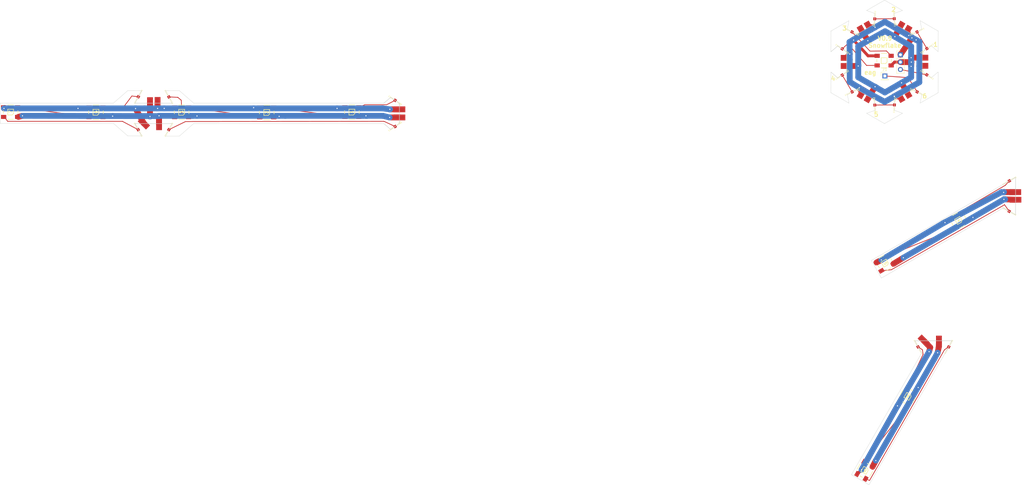
<source format=kicad_pcb>
(kicad_pcb (version 4) (host pcbnew 4.0.7)

  (general
    (links 31)
    (no_connects 12)
    (area 79.915196 54.05732 248.686202 160.127504)
    (thickness 1.6)
    (drawings 114)
    (tracks 278)
    (zones 0)
    (modules 50)
    (nets 14)
  )

  (page A4)
  (layers
    (0 F.Cu signal)
    (31 B.Cu signal)
    (32 B.Adhes user)
    (33 F.Adhes user)
    (34 B.Paste user)
    (35 F.Paste user)
    (36 B.SilkS user)
    (37 F.SilkS user)
    (38 B.Mask user)
    (39 F.Mask user)
    (40 Dwgs.User user)
    (41 Cmts.User user)
    (42 Eco1.User user)
    (43 Eco2.User user)
    (44 Edge.Cuts user)
    (45 Margin user)
    (46 B.CrtYd user)
    (47 F.CrtYd user)
    (48 B.Fab user)
    (49 F.Fab user)
  )

  (setup
    (last_trace_width 0.25)
    (user_trace_width 0.5)
    (user_trace_width 1)
    (user_trace_width 2)
    (trace_clearance 0.2)
    (zone_clearance 0.508)
    (zone_45_only no)
    (trace_min 0.2)
    (segment_width 0.2)
    (edge_width 0.15)
    (via_size 0.6)
    (via_drill 0.4)
    (via_min_size 0.4)
    (via_min_drill 0.3)
    (uvia_size 0.3)
    (uvia_drill 0.1)
    (uvias_allowed no)
    (uvia_min_size 0.2)
    (uvia_min_drill 0.1)
    (pcb_text_width 0.3)
    (pcb_text_size 1.5 1.5)
    (mod_edge_width 0.15)
    (mod_text_size 1 1)
    (mod_text_width 0.15)
    (pad_size 1.524 1.524)
    (pad_drill 0.762)
    (pad_to_mask_clearance 0.2)
    (aux_axis_origin 0 0)
    (visible_elements 7FFFF7FF)
    (pcbplotparams
      (layerselection 0x00030_80000001)
      (usegerberextensions false)
      (excludeedgelayer true)
      (linewidth 0.100000)
      (plotframeref false)
      (viasonmask false)
      (mode 1)
      (useauxorigin false)
      (hpglpennumber 1)
      (hpglpenspeed 20)
      (hpglpendiameter 15)
      (hpglpenoverlay 2)
      (psnegative false)
      (psa4output false)
      (plotreference true)
      (plotvalue true)
      (plotinvisibletext false)
      (padsonsilk false)
      (subtractmaskfromsilk false)
      (outputformat 1)
      (mirror false)
      (drillshape 1)
      (scaleselection 1)
      (outputdirectory ""))
  )

  (net 0 "")
  (net 1 /VCC)
  (net 2 /GND)
  (net 3 "Net-(LED2-Pad4)")
  (net 4 "Net-(LED3-Pad4)")
  (net 5 "Net-(LED4-Pad4)")
  (net 6 "Net-(LED5-Pad4)")
  (net 7 "Net-(LED6-Pad4)")
  (net 8 "Net-(LED101-Pad2)")
  (net 9 "Net-(LED101-Pad4)")
  (net 10 "Net-(LED102-Pad2)")
  (net 11 /DIN)
  (net 12 /DOUT)
  (net 13 "Net-(LED104-Pad4)")

  (net_class Default "This is the default net class."
    (clearance 0.2)
    (trace_width 0.25)
    (via_dia 0.6)
    (via_drill 0.4)
    (uvia_dia 0.3)
    (uvia_drill 0.1)
    (add_net /DIN)
    (add_net /DOUT)
    (add_net /GND)
    (add_net /VCC)
    (add_net "Net-(LED101-Pad2)")
    (add_net "Net-(LED101-Pad4)")
    (add_net "Net-(LED102-Pad2)")
    (add_net "Net-(LED104-Pad4)")
    (add_net "Net-(LED2-Pad4)")
    (add_net "Net-(LED3-Pad4)")
    (add_net "Net-(LED4-Pad4)")
    (add_net "Net-(LED5-Pad4)")
    (add_net "Net-(LED6-Pad4)")
  )

  (module WS2812B:WS2812B (layer F.Cu) (tedit 59EB9806) (tstamp 59ECFACF)
    (at 316.5348 150.6855 150)
    (path /59E7F08D)
    (fp_text reference 9 (at -0.0635 -0.109985 150) (layer F.SilkS)
      (effects (font (size 1 1) (thickness 0.2)))
    )
    (fp_text value "" (at 0 4.8 150) (layer F.SilkS) hide
      (effects (font (size 1 1) (thickness 0.2)))
    )
    (fp_line (start -1 -1) (end 1 -1) (layer F.SilkS) (width 0.2))
    (fp_line (start 1 -1) (end 1 1) (layer F.SilkS) (width 0.2))
    (fp_line (start 1 1) (end -0.5 1) (layer F.SilkS) (width 0.2))
    (fp_line (start -0.5 1) (end -1 0.5) (layer F.SilkS) (width 0.2))
    (fp_line (start -1 0.5) (end -1 -1) (layer F.SilkS) (width 0.2))
    (fp_line (start -2.5 -1) (end -2.5 1) (layer F.SilkS) (width 0.2))
    (fp_line (start -0.5 2.5) (end 0.5 2.5) (layer F.SilkS) (width 0.2))
    (fp_line (start 2.5 -1) (end 2.5 1) (layer F.SilkS) (width 0.2))
    (fp_line (start -0.5 -2.5) (end 0.5 -2.5) (layer F.SilkS) (width 0.2))
    (fp_line (start 2.1 2.5) (end 2.5 2.5) (layer Dwgs.User) (width 0.2))
    (fp_line (start -1.2 2.5) (end 1.2 2.5) (layer Dwgs.User) (width 0.2))
    (fp_line (start -2.5 2.5) (end -2.1 2.5) (layer Dwgs.User) (width 0.2))
    (fp_line (start 2.1 -2.5) (end 2.5 -2.5) (layer Dwgs.User) (width 0.2))
    (fp_line (start -1.2 -2.5) (end 1.2 -2.5) (layer Dwgs.User) (width 0.2))
    (fp_line (start -2.5 -2.5) (end -2.1 -2.5) (layer Dwgs.User) (width 0.2))
    (fp_line (start -2.1 -2.7) (end -1.2 -2.7) (layer Dwgs.User) (width 0.2))
    (fp_line (start -1.2 -2.7) (end -1.2 -1.8) (layer Dwgs.User) (width 0.2))
    (fp_line (start -1.2 -1.8) (end -2.1 -1.8) (layer Dwgs.User) (width 0.2))
    (fp_line (start -2.1 -1.8) (end -2.1 -2.7) (layer Dwgs.User) (width 0.2))
    (fp_line (start 2.1 -2.7) (end 1.2 -2.7) (layer Dwgs.User) (width 0.2))
    (fp_line (start 1.2 -2.7) (end 1.2 -1.8) (layer Dwgs.User) (width 0.2))
    (fp_line (start 1.2 -1.8) (end 2.1 -1.8) (layer Dwgs.User) (width 0.2))
    (fp_line (start 2.1 -1.8) (end 2.1 -2.7) (layer Dwgs.User) (width 0.2))
    (fp_line (start -2.1 2.7) (end -2.1 1.8) (layer Dwgs.User) (width 0.2))
    (fp_line (start -2.1 1.8) (end -1.2 1.8) (layer Dwgs.User) (width 0.2))
    (fp_line (start -1.2 1.8) (end -1.2 2.7) (layer Dwgs.User) (width 0.2))
    (fp_line (start -1.2 2.7) (end -2.1 2.7) (layer Dwgs.User) (width 0.2))
    (fp_line (start 1.2 2.7) (end 1.2 1.8) (layer Dwgs.User) (width 0.2))
    (fp_line (start 1.2 1.8) (end 2.1 1.8) (layer Dwgs.User) (width 0.2))
    (fp_line (start 2.1 1.8) (end 2.1 2.7) (layer Dwgs.User) (width 0.2))
    (fp_line (start 2.1 2.7) (end 1.2 2.7) (layer Dwgs.User) (width 0.2))
    (fp_line (start 2.5 -2.5) (end 2.5 2.5) (layer Dwgs.User) (width 0.2))
    (fp_line (start -2.49936 2.49936) (end -2.49936 -2.49936) (layer Dwgs.User) (width 0.2))
    (pad 1 smd rect (at 1.65 -2.4 150) (size 1.4 1.8) (layers F.Cu F.Paste F.Mask)
      (net 1 /VCC))
    (pad 2 smd rect (at -1.65 -2.4 150) (size 1.4 1.8) (layers F.Cu F.Paste F.Mask)
      (net 12 /DOUT))
    (pad 3 smd rect (at -1.65 2.4 150) (size 1.4 1.8) (layers F.Cu F.Paste F.Mask)
      (net 2 /GND))
    (pad 4 smd rect (at 1.65 2.4 150) (size 1.4 1.8) (layers F.Cu F.Paste F.Mask)
      (net 10 "Net-(LED102-Pad2)"))
  )

  (module WS2812B:WS2812B (layer F.Cu) (tedit 59EB97D6) (tstamp 59ECFAA7)
    (at 331.2668 125.2855 150)
    (path /59E7F03D)
    (fp_text reference 8 (at -0.03175 -0.054993 150) (layer F.SilkS)
      (effects (font (size 1 1) (thickness 0.2)))
    )
    (fp_text value "" (at 0 4.8 150) (layer F.SilkS) hide
      (effects (font (size 1 1) (thickness 0.2)))
    )
    (fp_line (start -1 -1) (end 1 -1) (layer F.SilkS) (width 0.2))
    (fp_line (start 1 -1) (end 1 1) (layer F.SilkS) (width 0.2))
    (fp_line (start 1 1) (end -0.5 1) (layer F.SilkS) (width 0.2))
    (fp_line (start -0.5 1) (end -1 0.5) (layer F.SilkS) (width 0.2))
    (fp_line (start -1 0.5) (end -1 -1) (layer F.SilkS) (width 0.2))
    (fp_line (start -2.5 -1) (end -2.5 1) (layer F.SilkS) (width 0.2))
    (fp_line (start -0.5 2.5) (end 0.5 2.5) (layer F.SilkS) (width 0.2))
    (fp_line (start 2.5 -1) (end 2.5 1) (layer F.SilkS) (width 0.2))
    (fp_line (start -0.5 -2.5) (end 0.5 -2.5) (layer F.SilkS) (width 0.2))
    (fp_line (start 2.1 2.5) (end 2.5 2.5) (layer Dwgs.User) (width 0.2))
    (fp_line (start -1.2 2.5) (end 1.2 2.5) (layer Dwgs.User) (width 0.2))
    (fp_line (start -2.5 2.5) (end -2.1 2.5) (layer Dwgs.User) (width 0.2))
    (fp_line (start 2.1 -2.5) (end 2.5 -2.5) (layer Dwgs.User) (width 0.2))
    (fp_line (start -1.2 -2.5) (end 1.2 -2.5) (layer Dwgs.User) (width 0.2))
    (fp_line (start -2.5 -2.5) (end -2.1 -2.5) (layer Dwgs.User) (width 0.2))
    (fp_line (start -2.1 -2.7) (end -1.2 -2.7) (layer Dwgs.User) (width 0.2))
    (fp_line (start -1.2 -2.7) (end -1.2 -1.8) (layer Dwgs.User) (width 0.2))
    (fp_line (start -1.2 -1.8) (end -2.1 -1.8) (layer Dwgs.User) (width 0.2))
    (fp_line (start -2.1 -1.8) (end -2.1 -2.7) (layer Dwgs.User) (width 0.2))
    (fp_line (start 2.1 -2.7) (end 1.2 -2.7) (layer Dwgs.User) (width 0.2))
    (fp_line (start 1.2 -2.7) (end 1.2 -1.8) (layer Dwgs.User) (width 0.2))
    (fp_line (start 1.2 -1.8) (end 2.1 -1.8) (layer Dwgs.User) (width 0.2))
    (fp_line (start 2.1 -1.8) (end 2.1 -2.7) (layer Dwgs.User) (width 0.2))
    (fp_line (start -2.1 2.7) (end -2.1 1.8) (layer Dwgs.User) (width 0.2))
    (fp_line (start -2.1 1.8) (end -1.2 1.8) (layer Dwgs.User) (width 0.2))
    (fp_line (start -1.2 1.8) (end -1.2 2.7) (layer Dwgs.User) (width 0.2))
    (fp_line (start -1.2 2.7) (end -2.1 2.7) (layer Dwgs.User) (width 0.2))
    (fp_line (start 1.2 2.7) (end 1.2 1.8) (layer Dwgs.User) (width 0.2))
    (fp_line (start 1.2 1.8) (end 2.1 1.8) (layer Dwgs.User) (width 0.2))
    (fp_line (start 2.1 1.8) (end 2.1 2.7) (layer Dwgs.User) (width 0.2))
    (fp_line (start 2.1 2.7) (end 1.2 2.7) (layer Dwgs.User) (width 0.2))
    (fp_line (start 2.5 -2.5) (end 2.5 2.5) (layer Dwgs.User) (width 0.2))
    (fp_line (start -2.49936 2.49936) (end -2.49936 -2.49936) (layer Dwgs.User) (width 0.2))
    (pad 1 smd rect (at 1.65 -2.4 150) (size 1.4 1.8) (layers F.Cu F.Paste F.Mask)
      (net 1 /VCC))
    (pad 2 smd rect (at -1.65 -2.4 150) (size 1.4 1.8) (layers F.Cu F.Paste F.Mask)
      (net 10 "Net-(LED102-Pad2)"))
    (pad 3 smd rect (at -1.65 2.4 150) (size 1.4 1.8) (layers F.Cu F.Paste F.Mask)
      (net 2 /GND))
    (pad 4 smd rect (at 1.65 2.4 150) (size 1.4 1.8) (layers F.Cu F.Paste F.Mask)
      (net 8 "Net-(LED101-Pad2)"))
  )

  (module "Big pad" (layer F.Cu) (tedit 59EAA4F0) (tstamp 59ECFAA3)
    (at 342.0618 106.299 90)
    (fp_text reference "" (at 0.127 0.5 90) (layer F.SilkS)
      (effects (font (size 1 1) (thickness 0.15)))
    )
    (fp_text value "" (at 0 -0.5 90) (layer F.Fab)
      (effects (font (size 1 1) (thickness 0.15)))
    )
    (pad 1 smd rect (at -0.127 -0.127 90) (size 4 2) (layers F.Cu F.Paste F.Mask))
  )

  (module "Big pad" (layer F.Cu) (tedit 59EAA4F0) (tstamp 59ECFA9F)
    (at 336.7278 106.299 315)
    (fp_text reference "" (at 0.127 0.5 315) (layer F.SilkS)
      (effects (font (size 1 1) (thickness 0.15)))
    )
    (fp_text value "" (at 0 -0.5 315) (layer F.Fab)
      (effects (font (size 1 1) (thickness 0.15)))
    )
    (pad 1 smd rect (at -0.127 -0.127 315) (size 4 2) (layers F.Cu F.Paste F.Mask))
  )

  (module "Tiny Edge" (layer F.Cu) (tedit 59EBDB8C) (tstamp 59ECFA91)
    (at 345.3003 108.2675 240.6)
    (fp_text reference "" (at 0 0.5 240.6) (layer F.SilkS)
      (effects (font (size 1 1) (thickness 0.15)))
    )
    (fp_text value "" (at 3.175 -4.056 240.6) (layer F.Fab)
      (effects (font (size 1 1) (thickness 0.15)))
    )
    (fp_line (start 0.635 0) (end 0.889 0) (layer F.SilkS) (width 0.15))
    (fp_line (start -0.889 0) (end -0.635 0) (layer F.SilkS) (width 0.15))
    (fp_line (start -2.54 -0.254) (end -2.54 0.254) (layer F.SilkS) (width 0.15))
    (fp_line (start 2.54 -0.254) (end 2.54 0.254) (layer F.SilkS) (width 0.15))
    (fp_line (start 2.032 -0.254) (end 2.032 0.254) (layer F.SilkS) (width 0.15))
    (fp_line (start 1.524 -0.254) (end 1.524 0.254) (layer F.SilkS) (width 0.15))
    (fp_line (start 1.016 -0.254) (end 1.016 0.254) (layer F.SilkS) (width 0.15))
    (fp_line (start -2.032 -0.254) (end -2.032 0.254) (layer F.SilkS) (width 0.15))
    (fp_line (start -1.524 -0.254) (end -1.524 0.254) (layer F.SilkS) (width 0.15))
    (fp_line (start -1.016 -0.254) (end -1.016 0.254) (layer F.SilkS) (width 0.15))
    (pad 1 smd rect (at 0 0 240.6) (size 1 1) (layers F.Cu F.Paste F.Mask))
  )

  (module "Tiny Edge" (layer F.Cu) (tedit 59EBDB8C) (tstamp 59ECFA83)
    (at 334.7593 108.2675 119.4)
    (fp_text reference "" (at 0 0.5 119.4) (layer F.SilkS)
      (effects (font (size 1 1) (thickness 0.15)))
    )
    (fp_text value "" (at 3.175 -4.056 119.4) (layer F.Fab)
      (effects (font (size 1 1) (thickness 0.15)))
    )
    (fp_line (start 0.635 0) (end 0.889 0) (layer F.SilkS) (width 0.15))
    (fp_line (start -0.889 0) (end -0.635 0) (layer F.SilkS) (width 0.15))
    (fp_line (start -2.54 -0.254) (end -2.54 0.254) (layer F.SilkS) (width 0.15))
    (fp_line (start 2.54 -0.254) (end 2.54 0.254) (layer F.SilkS) (width 0.15))
    (fp_line (start 2.032 -0.254) (end 2.032 0.254) (layer F.SilkS) (width 0.15))
    (fp_line (start 1.524 -0.254) (end 1.524 0.254) (layer F.SilkS) (width 0.15))
    (fp_line (start 1.016 -0.254) (end 1.016 0.254) (layer F.SilkS) (width 0.15))
    (fp_line (start -2.032 -0.254) (end -2.032 0.254) (layer F.SilkS) (width 0.15))
    (fp_line (start -1.524 -0.254) (end -1.524 0.254) (layer F.SilkS) (width 0.15))
    (fp_line (start -1.016 -0.254) (end -1.016 0.254) (layer F.SilkS) (width 0.15))
    (pad 1 smd rect (at 0 0 119.4) (size 1 1) (layers F.Cu F.Paste F.Mask))
  )

  (module WS2812B:WS2812B (layer F.Cu) (tedit 59EB973C) (tstamp 59ECF901)
    (at 52.6923 27.6987 90)
    (path /59E7EF8E)
    (fp_text reference 6 (at 0.127 0.0635 90) (layer F.SilkS)
      (effects (font (size 1 1) (thickness 0.2)))
    )
    (fp_text value "" (at 0 4.8 90) (layer F.SilkS) hide
      (effects (font (size 1 1) (thickness 0.2)))
    )
    (fp_line (start -1 -1) (end 1 -1) (layer F.SilkS) (width 0.2))
    (fp_line (start 1 -1) (end 1 1) (layer F.SilkS) (width 0.2))
    (fp_line (start 1 1) (end -0.5 1) (layer F.SilkS) (width 0.2))
    (fp_line (start -0.5 1) (end -1 0.5) (layer F.SilkS) (width 0.2))
    (fp_line (start -1 0.5) (end -1 -1) (layer F.SilkS) (width 0.2))
    (fp_line (start -2.5 -1) (end -2.5 1) (layer F.SilkS) (width 0.2))
    (fp_line (start -0.5 2.5) (end 0.5 2.5) (layer F.SilkS) (width 0.2))
    (fp_line (start 2.5 -1) (end 2.5 1) (layer F.SilkS) (width 0.2))
    (fp_line (start -0.5 -2.5) (end 0.5 -2.5) (layer F.SilkS) (width 0.2))
    (fp_line (start 2.1 2.5) (end 2.5 2.5) (layer Dwgs.User) (width 0.2))
    (fp_line (start -1.2 2.5) (end 1.2 2.5) (layer Dwgs.User) (width 0.2))
    (fp_line (start -2.5 2.5) (end -2.1 2.5) (layer Dwgs.User) (width 0.2))
    (fp_line (start 2.1 -2.5) (end 2.5 -2.5) (layer Dwgs.User) (width 0.2))
    (fp_line (start -1.2 -2.5) (end 1.2 -2.5) (layer Dwgs.User) (width 0.2))
    (fp_line (start -2.5 -2.5) (end -2.1 -2.5) (layer Dwgs.User) (width 0.2))
    (fp_line (start -2.1 -2.7) (end -1.2 -2.7) (layer Dwgs.User) (width 0.2))
    (fp_line (start -1.2 -2.7) (end -1.2 -1.8) (layer Dwgs.User) (width 0.2))
    (fp_line (start -1.2 -1.8) (end -2.1 -1.8) (layer Dwgs.User) (width 0.2))
    (fp_line (start -2.1 -1.8) (end -2.1 -2.7) (layer Dwgs.User) (width 0.2))
    (fp_line (start 2.1 -2.7) (end 1.2 -2.7) (layer Dwgs.User) (width 0.2))
    (fp_line (start 1.2 -2.7) (end 1.2 -1.8) (layer Dwgs.User) (width 0.2))
    (fp_line (start 1.2 -1.8) (end 2.1 -1.8) (layer Dwgs.User) (width 0.2))
    (fp_line (start 2.1 -1.8) (end 2.1 -2.7) (layer Dwgs.User) (width 0.2))
    (fp_line (start -2.1 2.7) (end -2.1 1.8) (layer Dwgs.User) (width 0.2))
    (fp_line (start -2.1 1.8) (end -1.2 1.8) (layer Dwgs.User) (width 0.2))
    (fp_line (start -1.2 1.8) (end -1.2 2.7) (layer Dwgs.User) (width 0.2))
    (fp_line (start -1.2 2.7) (end -2.1 2.7) (layer Dwgs.User) (width 0.2))
    (fp_line (start 1.2 2.7) (end 1.2 1.8) (layer Dwgs.User) (width 0.2))
    (fp_line (start 1.2 1.8) (end 2.1 1.8) (layer Dwgs.User) (width 0.2))
    (fp_line (start 2.1 1.8) (end 2.1 2.7) (layer Dwgs.User) (width 0.2))
    (fp_line (start 2.1 2.7) (end 1.2 2.7) (layer Dwgs.User) (width 0.2))
    (fp_line (start 2.5 -2.5) (end 2.5 2.5) (layer Dwgs.User) (width 0.2))
    (fp_line (start -2.49936 2.49936) (end -2.49936 -2.49936) (layer Dwgs.User) (width 0.2))
    (pad 1 smd rect (at 1.65 -2.4 90) (size 1.4 1.8) (layers F.Cu F.Paste F.Mask)
      (net 1 /VCC))
    (pad 2 smd rect (at -1.65 -2.4 90) (size 1.4 1.8) (layers F.Cu F.Paste F.Mask)
      (net 9 "Net-(LED101-Pad4)"))
    (pad 3 smd rect (at -1.65 2.4 90) (size 1.4 1.8) (layers F.Cu F.Paste F.Mask)
      (net 2 /GND))
    (pad 4 smd rect (at 1.65 2.4 90) (size 1.4 1.8) (layers F.Cu F.Paste F.Mask)
      (net 13 "Net-(LED104-Pad4)"))
  )

  (module WS2812B:WS2812B (layer F.Cu) (tedit 59EB975B) (tstamp 59ECF8D9)
    (at 23.4188 27.6352 90)
    (path /59E7EFDC)
    (fp_text reference 7 (at 0.0635 0 90) (layer F.SilkS)
      (effects (font (size 1 1) (thickness 0.2)))
    )
    (fp_text value "" (at 0 4.8 90) (layer F.SilkS) hide
      (effects (font (size 1 1) (thickness 0.2)))
    )
    (fp_line (start -1 -1) (end 1 -1) (layer F.SilkS) (width 0.2))
    (fp_line (start 1 -1) (end 1 1) (layer F.SilkS) (width 0.2))
    (fp_line (start 1 1) (end -0.5 1) (layer F.SilkS) (width 0.2))
    (fp_line (start -0.5 1) (end -1 0.5) (layer F.SilkS) (width 0.2))
    (fp_line (start -1 0.5) (end -1 -1) (layer F.SilkS) (width 0.2))
    (fp_line (start -2.5 -1) (end -2.5 1) (layer F.SilkS) (width 0.2))
    (fp_line (start -0.5 2.5) (end 0.5 2.5) (layer F.SilkS) (width 0.2))
    (fp_line (start 2.5 -1) (end 2.5 1) (layer F.SilkS) (width 0.2))
    (fp_line (start -0.5 -2.5) (end 0.5 -2.5) (layer F.SilkS) (width 0.2))
    (fp_line (start 2.1 2.5) (end 2.5 2.5) (layer Dwgs.User) (width 0.2))
    (fp_line (start -1.2 2.5) (end 1.2 2.5) (layer Dwgs.User) (width 0.2))
    (fp_line (start -2.5 2.5) (end -2.1 2.5) (layer Dwgs.User) (width 0.2))
    (fp_line (start 2.1 -2.5) (end 2.5 -2.5) (layer Dwgs.User) (width 0.2))
    (fp_line (start -1.2 -2.5) (end 1.2 -2.5) (layer Dwgs.User) (width 0.2))
    (fp_line (start -2.5 -2.5) (end -2.1 -2.5) (layer Dwgs.User) (width 0.2))
    (fp_line (start -2.1 -2.7) (end -1.2 -2.7) (layer Dwgs.User) (width 0.2))
    (fp_line (start -1.2 -2.7) (end -1.2 -1.8) (layer Dwgs.User) (width 0.2))
    (fp_line (start -1.2 -1.8) (end -2.1 -1.8) (layer Dwgs.User) (width 0.2))
    (fp_line (start -2.1 -1.8) (end -2.1 -2.7) (layer Dwgs.User) (width 0.2))
    (fp_line (start 2.1 -2.7) (end 1.2 -2.7) (layer Dwgs.User) (width 0.2))
    (fp_line (start 1.2 -2.7) (end 1.2 -1.8) (layer Dwgs.User) (width 0.2))
    (fp_line (start 1.2 -1.8) (end 2.1 -1.8) (layer Dwgs.User) (width 0.2))
    (fp_line (start 2.1 -1.8) (end 2.1 -2.7) (layer Dwgs.User) (width 0.2))
    (fp_line (start -2.1 2.7) (end -2.1 1.8) (layer Dwgs.User) (width 0.2))
    (fp_line (start -2.1 1.8) (end -1.2 1.8) (layer Dwgs.User) (width 0.2))
    (fp_line (start -1.2 1.8) (end -1.2 2.7) (layer Dwgs.User) (width 0.2))
    (fp_line (start -1.2 2.7) (end -2.1 2.7) (layer Dwgs.User) (width 0.2))
    (fp_line (start 1.2 2.7) (end 1.2 1.8) (layer Dwgs.User) (width 0.2))
    (fp_line (start 1.2 1.8) (end 2.1 1.8) (layer Dwgs.User) (width 0.2))
    (fp_line (start 2.1 1.8) (end 2.1 2.7) (layer Dwgs.User) (width 0.2))
    (fp_line (start 2.1 2.7) (end 1.2 2.7) (layer Dwgs.User) (width 0.2))
    (fp_line (start 2.5 -2.5) (end 2.5 2.5) (layer Dwgs.User) (width 0.2))
    (fp_line (start -2.49936 2.49936) (end -2.49936 -2.49936) (layer Dwgs.User) (width 0.2))
    (pad 1 smd rect (at 1.65 -2.4 90) (size 1.4 1.8) (layers F.Cu F.Paste F.Mask)
      (net 1 /VCC))
    (pad 2 smd rect (at -1.65 -2.4 90) (size 1.4 1.8) (layers F.Cu F.Paste F.Mask)
      (net 8 "Net-(LED101-Pad2)"))
    (pad 3 smd rect (at -1.65 2.4 90) (size 1.4 1.8) (layers F.Cu F.Paste F.Mask)
      (net 2 /GND))
    (pad 4 smd rect (at 1.65 2.4 90) (size 1.4 1.8) (layers F.Cu F.Paste F.Mask)
      (net 9 "Net-(LED101-Pad4)"))
  )

  (module WS2812B:WS2812B (layer F.Cu) (tedit 59EB96DC) (tstamp 59ECF8B1)
    (at 140.5128 27.6352 90)
    (path /59E6A0E5)
    (fp_text reference 1 (at 0.0635 -0.127 90) (layer F.SilkS)
      (effects (font (size 1 1) (thickness 0.2)))
    )
    (fp_text value "" (at 0 4.8 90) (layer F.SilkS) hide
      (effects (font (size 1 1) (thickness 0.2)))
    )
    (fp_line (start -1 -1) (end 1 -1) (layer F.SilkS) (width 0.2))
    (fp_line (start 1 -1) (end 1 1) (layer F.SilkS) (width 0.2))
    (fp_line (start 1 1) (end -0.5 1) (layer F.SilkS) (width 0.2))
    (fp_line (start -0.5 1) (end -1 0.5) (layer F.SilkS) (width 0.2))
    (fp_line (start -1 0.5) (end -1 -1) (layer F.SilkS) (width 0.2))
    (fp_line (start -2.5 -1) (end -2.5 1) (layer F.SilkS) (width 0.2))
    (fp_line (start -0.5 2.5) (end 0.5 2.5) (layer F.SilkS) (width 0.2))
    (fp_line (start 2.5 -1) (end 2.5 1) (layer F.SilkS) (width 0.2))
    (fp_line (start -0.5 -2.5) (end 0.5 -2.5) (layer F.SilkS) (width 0.2))
    (fp_line (start 2.1 2.5) (end 2.5 2.5) (layer Dwgs.User) (width 0.2))
    (fp_line (start -1.2 2.5) (end 1.2 2.5) (layer Dwgs.User) (width 0.2))
    (fp_line (start -2.5 2.5) (end -2.1 2.5) (layer Dwgs.User) (width 0.2))
    (fp_line (start 2.1 -2.5) (end 2.5 -2.5) (layer Dwgs.User) (width 0.2))
    (fp_line (start -1.2 -2.5) (end 1.2 -2.5) (layer Dwgs.User) (width 0.2))
    (fp_line (start -2.5 -2.5) (end -2.1 -2.5) (layer Dwgs.User) (width 0.2))
    (fp_line (start -2.1 -2.7) (end -1.2 -2.7) (layer Dwgs.User) (width 0.2))
    (fp_line (start -1.2 -2.7) (end -1.2 -1.8) (layer Dwgs.User) (width 0.2))
    (fp_line (start -1.2 -1.8) (end -2.1 -1.8) (layer Dwgs.User) (width 0.2))
    (fp_line (start -2.1 -1.8) (end -2.1 -2.7) (layer Dwgs.User) (width 0.2))
    (fp_line (start 2.1 -2.7) (end 1.2 -2.7) (layer Dwgs.User) (width 0.2))
    (fp_line (start 1.2 -2.7) (end 1.2 -1.8) (layer Dwgs.User) (width 0.2))
    (fp_line (start 1.2 -1.8) (end 2.1 -1.8) (layer Dwgs.User) (width 0.2))
    (fp_line (start 2.1 -1.8) (end 2.1 -2.7) (layer Dwgs.User) (width 0.2))
    (fp_line (start -2.1 2.7) (end -2.1 1.8) (layer Dwgs.User) (width 0.2))
    (fp_line (start -2.1 1.8) (end -1.2 1.8) (layer Dwgs.User) (width 0.2))
    (fp_line (start -1.2 1.8) (end -1.2 2.7) (layer Dwgs.User) (width 0.2))
    (fp_line (start -1.2 2.7) (end -2.1 2.7) (layer Dwgs.User) (width 0.2))
    (fp_line (start 1.2 2.7) (end 1.2 1.8) (layer Dwgs.User) (width 0.2))
    (fp_line (start 1.2 1.8) (end 2.1 1.8) (layer Dwgs.User) (width 0.2))
    (fp_line (start 2.1 1.8) (end 2.1 2.7) (layer Dwgs.User) (width 0.2))
    (fp_line (start 2.1 2.7) (end 1.2 2.7) (layer Dwgs.User) (width 0.2))
    (fp_line (start 2.5 -2.5) (end 2.5 2.5) (layer Dwgs.User) (width 0.2))
    (fp_line (start -2.49936 2.49936) (end -2.49936 -2.49936) (layer Dwgs.User) (width 0.2))
    (pad 1 smd rect (at 1.65 -2.4 90) (size 1.4 1.8) (layers F.Cu F.Paste F.Mask)
      (net 1 /VCC))
    (pad 2 smd rect (at -1.65 -2.4 90) (size 1.4 1.8) (layers F.Cu F.Paste F.Mask)
      (net 6 "Net-(LED5-Pad4)"))
    (pad 3 smd rect (at -1.65 2.4 90) (size 1.4 1.8) (layers F.Cu F.Paste F.Mask)
      (net 2 /GND))
    (pad 4 smd rect (at 1.65 2.4 90) (size 1.4 1.8) (layers F.Cu F.Paste F.Mask)
      (net 7 "Net-(LED6-Pad4)"))
  )

  (module WS2812B:WS2812B (layer F.Cu) (tedit 59EB96F8) (tstamp 59ECF889)
    (at 111.3028 27.7622 90)
    (path /59E6A3D7)
    (fp_text reference 2 (at 0.0635 0 90) (layer F.SilkS)
      (effects (font (size 1 1) (thickness 0.2)))
    )
    (fp_text value "" (at 0 4.8 90) (layer F.SilkS) hide
      (effects (font (size 1 1) (thickness 0.2)))
    )
    (fp_line (start -1 -1) (end 1 -1) (layer F.SilkS) (width 0.2))
    (fp_line (start 1 -1) (end 1 1) (layer F.SilkS) (width 0.2))
    (fp_line (start 1 1) (end -0.5 1) (layer F.SilkS) (width 0.2))
    (fp_line (start -0.5 1) (end -1 0.5) (layer F.SilkS) (width 0.2))
    (fp_line (start -1 0.5) (end -1 -1) (layer F.SilkS) (width 0.2))
    (fp_line (start -2.5 -1) (end -2.5 1) (layer F.SilkS) (width 0.2))
    (fp_line (start -0.5 2.5) (end 0.5 2.5) (layer F.SilkS) (width 0.2))
    (fp_line (start 2.5 -1) (end 2.5 1) (layer F.SilkS) (width 0.2))
    (fp_line (start -0.5 -2.5) (end 0.5 -2.5) (layer F.SilkS) (width 0.2))
    (fp_line (start 2.1 2.5) (end 2.5 2.5) (layer Dwgs.User) (width 0.2))
    (fp_line (start -1.2 2.5) (end 1.2 2.5) (layer Dwgs.User) (width 0.2))
    (fp_line (start -2.5 2.5) (end -2.1 2.5) (layer Dwgs.User) (width 0.2))
    (fp_line (start 2.1 -2.5) (end 2.5 -2.5) (layer Dwgs.User) (width 0.2))
    (fp_line (start -1.2 -2.5) (end 1.2 -2.5) (layer Dwgs.User) (width 0.2))
    (fp_line (start -2.5 -2.5) (end -2.1 -2.5) (layer Dwgs.User) (width 0.2))
    (fp_line (start -2.1 -2.7) (end -1.2 -2.7) (layer Dwgs.User) (width 0.2))
    (fp_line (start -1.2 -2.7) (end -1.2 -1.8) (layer Dwgs.User) (width 0.2))
    (fp_line (start -1.2 -1.8) (end -2.1 -1.8) (layer Dwgs.User) (width 0.2))
    (fp_line (start -2.1 -1.8) (end -2.1 -2.7) (layer Dwgs.User) (width 0.2))
    (fp_line (start 2.1 -2.7) (end 1.2 -2.7) (layer Dwgs.User) (width 0.2))
    (fp_line (start 1.2 -2.7) (end 1.2 -1.8) (layer Dwgs.User) (width 0.2))
    (fp_line (start 1.2 -1.8) (end 2.1 -1.8) (layer Dwgs.User) (width 0.2))
    (fp_line (start 2.1 -1.8) (end 2.1 -2.7) (layer Dwgs.User) (width 0.2))
    (fp_line (start -2.1 2.7) (end -2.1 1.8) (layer Dwgs.User) (width 0.2))
    (fp_line (start -2.1 1.8) (end -1.2 1.8) (layer Dwgs.User) (width 0.2))
    (fp_line (start -1.2 1.8) (end -1.2 2.7) (layer Dwgs.User) (width 0.2))
    (fp_line (start -1.2 2.7) (end -2.1 2.7) (layer Dwgs.User) (width 0.2))
    (fp_line (start 1.2 2.7) (end 1.2 1.8) (layer Dwgs.User) (width 0.2))
    (fp_line (start 1.2 1.8) (end 2.1 1.8) (layer Dwgs.User) (width 0.2))
    (fp_line (start 2.1 1.8) (end 2.1 2.7) (layer Dwgs.User) (width 0.2))
    (fp_line (start 2.1 2.7) (end 1.2 2.7) (layer Dwgs.User) (width 0.2))
    (fp_line (start 2.5 -2.5) (end 2.5 2.5) (layer Dwgs.User) (width 0.2))
    (fp_line (start -2.49936 2.49936) (end -2.49936 -2.49936) (layer Dwgs.User) (width 0.2))
    (pad 1 smd rect (at 1.65 -2.4 90) (size 1.4 1.8) (layers F.Cu F.Paste F.Mask)
      (net 1 /VCC))
    (pad 2 smd rect (at -1.65 -2.4 90) (size 1.4 1.8) (layers F.Cu F.Paste F.Mask)
      (net 5 "Net-(LED4-Pad4)"))
    (pad 3 smd rect (at -1.65 2.4 90) (size 1.4 1.8) (layers F.Cu F.Paste F.Mask)
      (net 2 /GND))
    (pad 4 smd rect (at 1.65 2.4 90) (size 1.4 1.8) (layers F.Cu F.Paste F.Mask)
      (net 6 "Net-(LED5-Pad4)"))
  )

  (module WS2812B:WS2812B (layer F.Cu) (tedit 59EB9713) (tstamp 59ECF861)
    (at 82.0928 27.6987 90)
    (path /59E6A55F)
    (fp_text reference 3 (at 0.127 0.127 90) (layer F.SilkS)
      (effects (font (size 1 1) (thickness 0.2)))
    )
    (fp_text value "" (at 0 4.8 90) (layer F.SilkS) hide
      (effects (font (size 1 1) (thickness 0.2)))
    )
    (fp_line (start -1 -1) (end 1 -1) (layer F.SilkS) (width 0.2))
    (fp_line (start 1 -1) (end 1 1) (layer F.SilkS) (width 0.2))
    (fp_line (start 1 1) (end -0.5 1) (layer F.SilkS) (width 0.2))
    (fp_line (start -0.5 1) (end -1 0.5) (layer F.SilkS) (width 0.2))
    (fp_line (start -1 0.5) (end -1 -1) (layer F.SilkS) (width 0.2))
    (fp_line (start -2.5 -1) (end -2.5 1) (layer F.SilkS) (width 0.2))
    (fp_line (start -0.5 2.5) (end 0.5 2.5) (layer F.SilkS) (width 0.2))
    (fp_line (start 2.5 -1) (end 2.5 1) (layer F.SilkS) (width 0.2))
    (fp_line (start -0.5 -2.5) (end 0.5 -2.5) (layer F.SilkS) (width 0.2))
    (fp_line (start 2.1 2.5) (end 2.5 2.5) (layer Dwgs.User) (width 0.2))
    (fp_line (start -1.2 2.5) (end 1.2 2.5) (layer Dwgs.User) (width 0.2))
    (fp_line (start -2.5 2.5) (end -2.1 2.5) (layer Dwgs.User) (width 0.2))
    (fp_line (start 2.1 -2.5) (end 2.5 -2.5) (layer Dwgs.User) (width 0.2))
    (fp_line (start -1.2 -2.5) (end 1.2 -2.5) (layer Dwgs.User) (width 0.2))
    (fp_line (start -2.5 -2.5) (end -2.1 -2.5) (layer Dwgs.User) (width 0.2))
    (fp_line (start -2.1 -2.7) (end -1.2 -2.7) (layer Dwgs.User) (width 0.2))
    (fp_line (start -1.2 -2.7) (end -1.2 -1.8) (layer Dwgs.User) (width 0.2))
    (fp_line (start -1.2 -1.8) (end -2.1 -1.8) (layer Dwgs.User) (width 0.2))
    (fp_line (start -2.1 -1.8) (end -2.1 -2.7) (layer Dwgs.User) (width 0.2))
    (fp_line (start 2.1 -2.7) (end 1.2 -2.7) (layer Dwgs.User) (width 0.2))
    (fp_line (start 1.2 -2.7) (end 1.2 -1.8) (layer Dwgs.User) (width 0.2))
    (fp_line (start 1.2 -1.8) (end 2.1 -1.8) (layer Dwgs.User) (width 0.2))
    (fp_line (start 2.1 -1.8) (end 2.1 -2.7) (layer Dwgs.User) (width 0.2))
    (fp_line (start -2.1 2.7) (end -2.1 1.8) (layer Dwgs.User) (width 0.2))
    (fp_line (start -2.1 1.8) (end -1.2 1.8) (layer Dwgs.User) (width 0.2))
    (fp_line (start -1.2 1.8) (end -1.2 2.7) (layer Dwgs.User) (width 0.2))
    (fp_line (start -1.2 2.7) (end -2.1 2.7) (layer Dwgs.User) (width 0.2))
    (fp_line (start 1.2 2.7) (end 1.2 1.8) (layer Dwgs.User) (width 0.2))
    (fp_line (start 1.2 1.8) (end 2.1 1.8) (layer Dwgs.User) (width 0.2))
    (fp_line (start 2.1 1.8) (end 2.1 2.7) (layer Dwgs.User) (width 0.2))
    (fp_line (start 2.1 2.7) (end 1.2 2.7) (layer Dwgs.User) (width 0.2))
    (fp_line (start 2.5 -2.5) (end 2.5 2.5) (layer Dwgs.User) (width 0.2))
    (fp_line (start -2.49936 2.49936) (end -2.49936 -2.49936) (layer Dwgs.User) (width 0.2))
    (pad 1 smd rect (at 1.65 -2.4 90) (size 1.4 1.8) (layers F.Cu F.Paste F.Mask)
      (net 1 /VCC))
    (pad 2 smd rect (at -1.65 -2.4 90) (size 1.4 1.8) (layers F.Cu F.Paste F.Mask)
      (net 4 "Net-(LED3-Pad4)"))
    (pad 3 smd rect (at -1.65 2.4 90) (size 1.4 1.8) (layers F.Cu F.Paste F.Mask)
      (net 2 /GND))
    (pad 4 smd rect (at 1.65 2.4 90) (size 1.4 1.8) (layers F.Cu F.Paste F.Mask)
      (net 5 "Net-(LED4-Pad4)"))
  )

  (module "Big pad" (layer F.Cu) (tedit 59EAA4F0) (tstamp 59ECF85D)
    (at 74.4728 31.6992 90)
    (fp_text reference "" (at 0.127 0.5 90) (layer F.SilkS)
      (effects (font (size 1 1) (thickness 0.15)))
    )
    (fp_text value "" (at 0 -0.5 90) (layer F.Fab)
      (effects (font (size 1 1) (thickness 0.15)))
    )
    (pad 1 smd rect (at -0.127 -0.127 90) (size 4 2) (layers F.Cu F.Paste F.Mask))
  )

  (module "Big pad" (layer F.Cu) (tedit 59EAA4F0) (tstamp 59ECF859)
    (at 69.1388 31.6992 315)
    (fp_text reference "" (at 0.127 0.5 315) (layer F.SilkS)
      (effects (font (size 1 1) (thickness 0.15)))
    )
    (fp_text value "" (at 0 -0.5 315) (layer F.Fab)
      (effects (font (size 1 1) (thickness 0.15)))
    )
    (pad 1 smd rect (at -0.127 -0.127 315) (size 4 2) (layers F.Cu F.Paste F.Mask))
  )

  (module "Big pad" (layer F.Cu) (tedit 59EAA4F0) (tstamp 59ECF855)
    (at 71.3613 24.3967 90)
    (fp_text reference "" (at 0.127 0.5 90) (layer F.SilkS)
      (effects (font (size 1 1) (thickness 0.15)))
    )
    (fp_text value "" (at 0 -0.5 90) (layer F.Fab)
      (effects (font (size 1 1) (thickness 0.15)))
    )
    (pad 1 smd rect (at -0.127 -0.127 90) (size 4 2) (layers F.Cu F.Paste F.Mask))
  )

  (module "Big pad" (layer F.Cu) (tedit 59EAA4F0) (tstamp 59ECF851)
    (at 73.9648 24.3332 90)
    (fp_text reference "" (at 0.127 0.5 90) (layer F.SilkS)
      (effects (font (size 1 1) (thickness 0.15)))
    )
    (fp_text value "" (at 0 -0.5 90) (layer F.Fab)
      (effects (font (size 1 1) (thickness 0.15)))
    )
    (pad 1 smd rect (at -0.127 -0.127 90) (size 4 2) (layers F.Cu F.Paste F.Mask))
  )

  (module "Big pad" (layer F.Cu) (tedit 59EB7573) (tstamp 59ECF848)
    (at 156.9593 26.9367)
    (fp_text reference "" (at 0.127 0.5) (layer F.SilkS)
      (effects (font (size 1 1) (thickness 0.15)))
    )
    (fp_text value "" (at 0 -0.5) (layer F.Fab)
      (effects (font (size 1 1) (thickness 0.15)))
    )
    (fp_line (start -0.381 4.445) (end 0.381 4.445) (layer F.SilkS) (width 0.15))
    (fp_line (start -0.381 -2.159) (end 0.381 -2.159) (layer F.SilkS) (width 0.15))
    (fp_line (start -0.381 3.937) (end 0.381 3.937) (layer F.SilkS) (width 0.15))
    (fp_line (start -0.381 -1.651) (end 0.381 -1.651) (layer F.SilkS) (width 0.15))
    (pad 1 smd rect (at -0.127 -0.254) (size 4 2) (layers F.Cu F.Paste F.Mask))
    (pad 1 smd rect (at -0.127 2.54) (size 4 2) (layers F.Cu F.Paste F.Mask))
  )

  (module "Tiny Edge" (layer F.Cu) (tedit 59EBDB8C) (tstamp 59ECF83A)
    (at 67.2338 22.3647 240.6)
    (fp_text reference "" (at 0 0.5 240.6) (layer F.SilkS)
      (effects (font (size 1 1) (thickness 0.15)))
    )
    (fp_text value "" (at 3.175 -4.056 240.6) (layer F.Fab)
      (effects (font (size 1 1) (thickness 0.15)))
    )
    (fp_line (start 0.635 0) (end 0.889 0) (layer F.SilkS) (width 0.15))
    (fp_line (start -0.889 0) (end -0.635 0) (layer F.SilkS) (width 0.15))
    (fp_line (start -2.54 -0.254) (end -2.54 0.254) (layer F.SilkS) (width 0.15))
    (fp_line (start 2.54 -0.254) (end 2.54 0.254) (layer F.SilkS) (width 0.15))
    (fp_line (start 2.032 -0.254) (end 2.032 0.254) (layer F.SilkS) (width 0.15))
    (fp_line (start 1.524 -0.254) (end 1.524 0.254) (layer F.SilkS) (width 0.15))
    (fp_line (start 1.016 -0.254) (end 1.016 0.254) (layer F.SilkS) (width 0.15))
    (fp_line (start -2.032 -0.254) (end -2.032 0.254) (layer F.SilkS) (width 0.15))
    (fp_line (start -1.524 -0.254) (end -1.524 0.254) (layer F.SilkS) (width 0.15))
    (fp_line (start -1.016 -0.254) (end -1.016 0.254) (layer F.SilkS) (width 0.15))
    (pad 1 smd rect (at 0 0 240.6) (size 1 1) (layers F.Cu F.Paste F.Mask))
  )

  (module "Tiny Edge" (layer F.Cu) (tedit 59EBDB8C) (tstamp 59ECF82C)
    (at 77.7113 33.6677 240.6)
    (fp_text reference "" (at 0 0.5 240.6) (layer F.SilkS)
      (effects (font (size 1 1) (thickness 0.15)))
    )
    (fp_text value "" (at 3.175 -4.056 240.6) (layer F.Fab)
      (effects (font (size 1 1) (thickness 0.15)))
    )
    (fp_line (start 0.635 0) (end 0.889 0) (layer F.SilkS) (width 0.15))
    (fp_line (start -0.889 0) (end -0.635 0) (layer F.SilkS) (width 0.15))
    (fp_line (start -2.54 -0.254) (end -2.54 0.254) (layer F.SilkS) (width 0.15))
    (fp_line (start 2.54 -0.254) (end 2.54 0.254) (layer F.SilkS) (width 0.15))
    (fp_line (start 2.032 -0.254) (end 2.032 0.254) (layer F.SilkS) (width 0.15))
    (fp_line (start 1.524 -0.254) (end 1.524 0.254) (layer F.SilkS) (width 0.15))
    (fp_line (start 1.016 -0.254) (end 1.016 0.254) (layer F.SilkS) (width 0.15))
    (fp_line (start -2.032 -0.254) (end -2.032 0.254) (layer F.SilkS) (width 0.15))
    (fp_line (start -1.524 -0.254) (end -1.524 0.254) (layer F.SilkS) (width 0.15))
    (fp_line (start -1.016 -0.254) (end -1.016 0.254) (layer F.SilkS) (width 0.15))
    (pad 1 smd rect (at 0 0 240.6) (size 1 1) (layers F.Cu F.Paste F.Mask))
  )

  (module "Tiny Edge" (layer F.Cu) (tedit 59EBDB8C) (tstamp 59ECF81E)
    (at 67.1703 33.6677 119.4)
    (fp_text reference "" (at 0 0.5 119.4) (layer F.SilkS)
      (effects (font (size 1 1) (thickness 0.15)))
    )
    (fp_text value "" (at 3.175 -4.056 119.4) (layer F.Fab)
      (effects (font (size 1 1) (thickness 0.15)))
    )
    (fp_line (start 0.635 0) (end 0.889 0) (layer F.SilkS) (width 0.15))
    (fp_line (start -0.889 0) (end -0.635 0) (layer F.SilkS) (width 0.15))
    (fp_line (start -2.54 -0.254) (end -2.54 0.254) (layer F.SilkS) (width 0.15))
    (fp_line (start 2.54 -0.254) (end 2.54 0.254) (layer F.SilkS) (width 0.15))
    (fp_line (start 2.032 -0.254) (end 2.032 0.254) (layer F.SilkS) (width 0.15))
    (fp_line (start 1.524 -0.254) (end 1.524 0.254) (layer F.SilkS) (width 0.15))
    (fp_line (start 1.016 -0.254) (end 1.016 0.254) (layer F.SilkS) (width 0.15))
    (fp_line (start -2.032 -0.254) (end -2.032 0.254) (layer F.SilkS) (width 0.15))
    (fp_line (start -1.524 -0.254) (end -1.524 0.254) (layer F.SilkS) (width 0.15))
    (fp_line (start -1.016 -0.254) (end -1.016 0.254) (layer F.SilkS) (width 0.15))
    (pad 1 smd rect (at 0 0 119.4) (size 1 1) (layers F.Cu F.Paste F.Mask))
  )

  (module "Tiny Edge" (layer F.Cu) (tedit 59EBDB8C) (tstamp 59ECF810)
    (at 77.7113 22.4282 119.4)
    (fp_text reference "" (at 0 0.5 119.4) (layer F.SilkS)
      (effects (font (size 1 1) (thickness 0.15)))
    )
    (fp_text value "" (at 3.175 -4.056 119.4) (layer F.Fab)
      (effects (font (size 1 1) (thickness 0.15)))
    )
    (fp_line (start 0.635 0) (end 0.889 0) (layer F.SilkS) (width 0.15))
    (fp_line (start -0.889 0) (end -0.635 0) (layer F.SilkS) (width 0.15))
    (fp_line (start -2.54 -0.254) (end -2.54 0.254) (layer F.SilkS) (width 0.15))
    (fp_line (start 2.54 -0.254) (end 2.54 0.254) (layer F.SilkS) (width 0.15))
    (fp_line (start 2.032 -0.254) (end 2.032 0.254) (layer F.SilkS) (width 0.15))
    (fp_line (start 1.524 -0.254) (end 1.524 0.254) (layer F.SilkS) (width 0.15))
    (fp_line (start 1.016 -0.254) (end 1.016 0.254) (layer F.SilkS) (width 0.15))
    (fp_line (start -2.032 -0.254) (end -2.032 0.254) (layer F.SilkS) (width 0.15))
    (fp_line (start -1.524 -0.254) (end -1.524 0.254) (layer F.SilkS) (width 0.15))
    (fp_line (start -1.016 -0.254) (end -1.016 0.254) (layer F.SilkS) (width 0.15))
    (pad 1 smd rect (at 0 0 119.4) (size 1 1) (layers F.Cu F.Paste F.Mask))
  )

  (module "Tiny Edge" (layer F.Cu) (tedit 59EBDB8C) (tstamp 59ECF802)
    (at 155.3464 23.5966 326.4)
    (fp_text reference "" (at 0 0.5 326.4) (layer F.SilkS)
      (effects (font (size 1 1) (thickness 0.15)))
    )
    (fp_text value "" (at 3.175 -4.056 326.4) (layer F.Fab)
      (effects (font (size 1 1) (thickness 0.15)))
    )
    (fp_line (start 0.635 0) (end 0.889 0) (layer F.SilkS) (width 0.15))
    (fp_line (start -0.889 0) (end -0.635 0) (layer F.SilkS) (width 0.15))
    (fp_line (start -2.54 -0.254) (end -2.54 0.254) (layer F.SilkS) (width 0.15))
    (fp_line (start 2.54 -0.254) (end 2.54 0.254) (layer F.SilkS) (width 0.15))
    (fp_line (start 2.032 -0.254) (end 2.032 0.254) (layer F.SilkS) (width 0.15))
    (fp_line (start 1.524 -0.254) (end 1.524 0.254) (layer F.SilkS) (width 0.15))
    (fp_line (start 1.016 -0.254) (end 1.016 0.254) (layer F.SilkS) (width 0.15))
    (fp_line (start -2.032 -0.254) (end -2.032 0.254) (layer F.SilkS) (width 0.15))
    (fp_line (start -1.524 -0.254) (end -1.524 0.254) (layer F.SilkS) (width 0.15))
    (fp_line (start -1.016 -0.254) (end -1.016 0.254) (layer F.SilkS) (width 0.15))
    (pad 1 smd rect (at 0 0 326.4) (size 1 1) (layers F.Cu F.Paste F.Mask))
  )

  (module "Tiny Edge" (layer F.Cu) (tedit 59EBDB8C) (tstamp 59ECF7F4)
    (at 155.3464 32.5882 213.6)
    (fp_text reference "" (at 0 0.5 213.6) (layer F.SilkS)
      (effects (font (size 1 1) (thickness 0.15)))
    )
    (fp_text value "" (at 3.175 -4.056 213.6) (layer F.Fab)
      (effects (font (size 1 1) (thickness 0.15)))
    )
    (fp_line (start 0.635 0) (end 0.889 0) (layer F.SilkS) (width 0.15))
    (fp_line (start -0.889 0) (end -0.635 0) (layer F.SilkS) (width 0.15))
    (fp_line (start -2.54 -0.254) (end -2.54 0.254) (layer F.SilkS) (width 0.15))
    (fp_line (start 2.54 -0.254) (end 2.54 0.254) (layer F.SilkS) (width 0.15))
    (fp_line (start 2.032 -0.254) (end 2.032 0.254) (layer F.SilkS) (width 0.15))
    (fp_line (start 1.524 -0.254) (end 1.524 0.254) (layer F.SilkS) (width 0.15))
    (fp_line (start 1.016 -0.254) (end 1.016 0.254) (layer F.SilkS) (width 0.15))
    (fp_line (start -2.032 -0.254) (end -2.032 0.254) (layer F.SilkS) (width 0.15))
    (fp_line (start -1.524 -0.254) (end -1.524 0.254) (layer F.SilkS) (width 0.15))
    (fp_line (start -1.016 -0.254) (end -1.016 0.254) (layer F.SilkS) (width 0.15))
    (pad 1 smd rect (at 0 0 213.6) (size 1 1) (layers F.Cu F.Paste F.Mask))
  )

  (module Pin_Headers:Pin_Header_Straight_1x03_Pitch2.54mm (layer F.Cu) (tedit 59EB96A8) (tstamp 59ECF715)
    (at 328.7268 7.9248)
    (descr "Through hole straight pin header, 1x03, 2.54mm pitch, single row")
    (tags "Through hole pin header THT 1x03 2.54mm single row")
    (path /59E94446)
    (fp_text reference "" (at 0 -2.33) (layer F.SilkS)
      (effects (font (size 1 1) (thickness 0.15)))
    )
    (fp_text value " " (at 0 7.41) (layer F.Fab)
      (effects (font (size 1 1) (thickness 0.15)))
    )
    (fp_line (start -0.635 -1.27) (end 1.27 -1.27) (layer F.Fab) (width 0.1))
    (fp_line (start 1.27 -1.27) (end 1.27 6.35) (layer F.Fab) (width 0.1))
    (fp_line (start 1.27 6.35) (end -1.27 6.35) (layer F.Fab) (width 0.1))
    (fp_line (start -1.27 6.35) (end -1.27 -0.635) (layer F.Fab) (width 0.1))
    (fp_line (start -1.27 -0.635) (end -0.635 -1.27) (layer F.Fab) (width 0.1))
    (fp_line (start -1.33 6.41) (end 1.33 6.41) (layer F.SilkS) (width 0.12))
    (fp_line (start -1.33 1.27) (end -1.33 6.41) (layer F.SilkS) (width 0.12))
    (fp_line (start 1.33 1.27) (end 1.33 6.41) (layer F.SilkS) (width 0.12))
    (fp_line (start -1.33 1.27) (end 1.33 1.27) (layer F.SilkS) (width 0.12))
    (fp_line (start -1.33 0) (end -1.33 -1.33) (layer F.SilkS) (width 0.12))
    (fp_line (start -1.33 -1.33) (end 0 -1.33) (layer F.SilkS) (width 0.12))
    (fp_line (start -1.8 -1.8) (end -1.8 6.85) (layer F.CrtYd) (width 0.05))
    (fp_line (start -1.8 6.85) (end 1.8 6.85) (layer F.CrtYd) (width 0.05))
    (fp_line (start 1.8 6.85) (end 1.8 -1.8) (layer F.CrtYd) (width 0.05))
    (fp_line (start 1.8 -1.8) (end -1.8 -1.8) (layer F.CrtYd) (width 0.05))
    (fp_text user %R (at 0 2.54 90) (layer F.Fab)
      (effects (font (size 1 1) (thickness 0.15)))
    )
    (pad 1 thru_hole rect (at 0 0) (size 1.7 1.7) (drill 1) (layers *.Cu *.Mask)
      (net 1 /VCC))
    (pad 2 thru_hole oval (at 0 2.54) (size 1.7 1.7) (drill 1) (layers *.Cu *.Mask)
      (net 2 /GND))
    (pad 3 thru_hole oval (at 0 5.08) (size 1.7 1.7) (drill 1) (layers *.Cu *.Mask)
      (net 11 /DIN))
    (model ${KISYS3DMOD}/Pin_Headers.3dshapes/Pin_Header_Straight_1x03_Pitch2.54mm.wrl
      (at (xyz 0 0 0))
      (scale (xyz 1 1 1))
      (rotate (xyz 0 0 0))
    )
  )

  (module Pin_Headers:Pin_Header_Straight_1x01_Pitch2.54mm (layer F.Cu) (tedit 59650532) (tstamp 59ECF701)
    (at 323.3928 15.2273)
    (descr "Through hole straight pin header, 1x01, 2.54mm pitch, single row")
    (tags "Through hole pin header THT 1x01 2.54mm single row")
    (path /59E942E8)
    (fp_text reference J1 (at 0 -2.33) (layer F.SilkS)
      (effects (font (size 1 1) (thickness 0.15)))
    )
    (fp_text value " " (at 0 2.33) (layer F.Fab)
      (effects (font (size 1 1) (thickness 0.15)))
    )
    (fp_line (start -0.635 -1.27) (end 1.27 -1.27) (layer F.Fab) (width 0.1))
    (fp_line (start 1.27 -1.27) (end 1.27 1.27) (layer F.Fab) (width 0.1))
    (fp_line (start 1.27 1.27) (end -1.27 1.27) (layer F.Fab) (width 0.1))
    (fp_line (start -1.27 1.27) (end -1.27 -0.635) (layer F.Fab) (width 0.1))
    (fp_line (start -1.27 -0.635) (end -0.635 -1.27) (layer F.Fab) (width 0.1))
    (fp_line (start -1.33 1.33) (end 1.33 1.33) (layer F.SilkS) (width 0.12))
    (fp_line (start -1.33 1.27) (end -1.33 1.33) (layer F.SilkS) (width 0.12))
    (fp_line (start 1.33 1.27) (end 1.33 1.33) (layer F.SilkS) (width 0.12))
    (fp_line (start -1.33 1.27) (end 1.33 1.27) (layer F.SilkS) (width 0.12))
    (fp_line (start -1.33 0) (end -1.33 -1.33) (layer F.SilkS) (width 0.12))
    (fp_line (start -1.33 -1.33) (end 0 -1.33) (layer F.SilkS) (width 0.12))
    (fp_line (start -1.8 -1.8) (end -1.8 1.8) (layer F.CrtYd) (width 0.05))
    (fp_line (start -1.8 1.8) (end 1.8 1.8) (layer F.CrtYd) (width 0.05))
    (fp_line (start 1.8 1.8) (end 1.8 -1.8) (layer F.CrtYd) (width 0.05))
    (fp_line (start 1.8 -1.8) (end -1.8 -1.8) (layer F.CrtYd) (width 0.05))
    (fp_text user %R (at 0 0 90) (layer F.Fab)
      (effects (font (size 1 1) (thickness 0.15)))
    )
    (pad 1 thru_hole rect (at 0 0) (size 1.7 1.7) (drill 1) (layers *.Cu *.Mask)
      (net 12 /DOUT))
    (model ${KISYS3DMOD}/Pin_Headers.3dshapes/Pin_Header_Straight_1x01_Pitch2.54mm.wrl
      (at (xyz 0 0 0))
      (scale (xyz 1 1 1))
      (rotate (xyz 0 0 0))
    )
  )

  (module WS2812B:WS2812B (layer F.Cu) (tedit 59EB96B5) (tstamp 59ECF6D9)
    (at 323.1388 9.9568 90)
    (path /59E69D8F)
    (fp_text reference "" (at 0 -4.7 90) (layer F.SilkS)
      (effects (font (size 1 1) (thickness 0.2)))
    )
    (fp_text value "" (at 0 4.8 90) (layer F.SilkS) hide
      (effects (font (size 1 1) (thickness 0.2)))
    )
    (fp_line (start -1 -1) (end 1 -1) (layer F.SilkS) (width 0.2))
    (fp_line (start 1 -1) (end 1 1) (layer F.SilkS) (width 0.2))
    (fp_line (start 1 1) (end -0.5 1) (layer F.SilkS) (width 0.2))
    (fp_line (start -0.5 1) (end -1 0.5) (layer F.SilkS) (width 0.2))
    (fp_line (start -1 0.5) (end -1 -1) (layer F.SilkS) (width 0.2))
    (fp_line (start -2.5 -1) (end -2.5 1) (layer F.SilkS) (width 0.2))
    (fp_line (start -0.5 2.5) (end 0.5 2.5) (layer F.SilkS) (width 0.2))
    (fp_line (start 2.5 -1) (end 2.5 1) (layer F.SilkS) (width 0.2))
    (fp_line (start -0.5 -2.5) (end 0.5 -2.5) (layer F.SilkS) (width 0.2))
    (fp_line (start 2.1 2.5) (end 2.5 2.5) (layer Dwgs.User) (width 0.2))
    (fp_line (start -1.2 2.5) (end 1.2 2.5) (layer Dwgs.User) (width 0.2))
    (fp_line (start -2.5 2.5) (end -2.1 2.5) (layer Dwgs.User) (width 0.2))
    (fp_line (start 2.1 -2.5) (end 2.5 -2.5) (layer Dwgs.User) (width 0.2))
    (fp_line (start -1.2 -2.5) (end 1.2 -2.5) (layer Dwgs.User) (width 0.2))
    (fp_line (start -2.5 -2.5) (end -2.1 -2.5) (layer Dwgs.User) (width 0.2))
    (fp_line (start -2.1 -2.7) (end -1.2 -2.7) (layer Dwgs.User) (width 0.2))
    (fp_line (start -1.2 -2.7) (end -1.2 -1.8) (layer Dwgs.User) (width 0.2))
    (fp_line (start -1.2 -1.8) (end -2.1 -1.8) (layer Dwgs.User) (width 0.2))
    (fp_line (start -2.1 -1.8) (end -2.1 -2.7) (layer Dwgs.User) (width 0.2))
    (fp_line (start 2.1 -2.7) (end 1.2 -2.7) (layer Dwgs.User) (width 0.2))
    (fp_line (start 1.2 -2.7) (end 1.2 -1.8) (layer Dwgs.User) (width 0.2))
    (fp_line (start 1.2 -1.8) (end 2.1 -1.8) (layer Dwgs.User) (width 0.2))
    (fp_line (start 2.1 -1.8) (end 2.1 -2.7) (layer Dwgs.User) (width 0.2))
    (fp_line (start -2.1 2.7) (end -2.1 1.8) (layer Dwgs.User) (width 0.2))
    (fp_line (start -2.1 1.8) (end -1.2 1.8) (layer Dwgs.User) (width 0.2))
    (fp_line (start -1.2 1.8) (end -1.2 2.7) (layer Dwgs.User) (width 0.2))
    (fp_line (start -1.2 2.7) (end -2.1 2.7) (layer Dwgs.User) (width 0.2))
    (fp_line (start 1.2 2.7) (end 1.2 1.8) (layer Dwgs.User) (width 0.2))
    (fp_line (start 1.2 1.8) (end 2.1 1.8) (layer Dwgs.User) (width 0.2))
    (fp_line (start 2.1 1.8) (end 2.1 2.7) (layer Dwgs.User) (width 0.2))
    (fp_line (start 2.1 2.7) (end 1.2 2.7) (layer Dwgs.User) (width 0.2))
    (fp_line (start 2.5 -2.5) (end 2.5 2.5) (layer Dwgs.User) (width 0.2))
    (fp_line (start -2.49936 2.49936) (end -2.49936 -2.49936) (layer Dwgs.User) (width 0.2))
    (pad 1 smd rect (at 1.65 -2.4 90) (size 1.4 1.8) (layers F.Cu F.Paste F.Mask)
      (net 1 /VCC))
    (pad 2 smd rect (at -1.65 -2.4 90) (size 1.4 1.8) (layers F.Cu F.Paste F.Mask)
      (net 7 "Net-(LED6-Pad4)"))
    (pad 3 smd rect (at -1.65 2.4 90) (size 1.4 1.8) (layers F.Cu F.Paste F.Mask)
      (net 2 /GND))
    (pad 4 smd rect (at 1.65 2.4 90) (size 1.4 1.8) (layers F.Cu F.Paste F.Mask)
      (net 11 /DIN))
  )

  (module "Big pad" (layer F.Cu) (tedit 59EB7476) (tstamp 59ECF6D6)
    (at 315.3918 20.7518 60)
    (fp_text reference "" (at 0.127 0.5 60) (layer F.SilkS)
      (effects (font (size 1 1) (thickness 0.15)))
    )
    (fp_text value "" (at 0 -0.5 60) (layer F.Fab)
      (effects (font (size 1 1) (thickness 0.15)))
    )
  )

  (module "Big pad" (layer F.Cu) (tedit 59EB7573) (tstamp 59ECF6CD)
    (at 310.3753 9.2583)
    (fp_text reference "" (at 0.127 0.5) (layer F.SilkS)
      (effects (font (size 1 1) (thickness 0.15)))
    )
    (fp_text value "" (at 0 -0.5) (layer F.Fab)
      (effects (font (size 1 1) (thickness 0.15)))
    )
    (fp_line (start -0.381 4.445) (end 0.381 4.445) (layer F.SilkS) (width 0.15))
    (fp_line (start -0.381 -2.159) (end 0.381 -2.159) (layer F.SilkS) (width 0.15))
    (fp_line (start -0.381 3.937) (end 0.381 3.937) (layer F.SilkS) (width 0.15))
    (fp_line (start -0.381 -1.651) (end 0.381 -1.651) (layer F.SilkS) (width 0.15))
    (pad 1 smd rect (at -0.127 -0.254) (size 4 2) (layers F.Cu F.Paste F.Mask))
    (pad 1 smd rect (at -0.127 2.54) (size 4 2) (layers F.Cu F.Paste F.Mask))
  )

  (module "Big pad" (layer F.Cu) (tedit 59EB7573) (tstamp 59ECF6C4)
    (at 336.4103 9.1948)
    (fp_text reference "" (at 0.127 0.5) (layer F.SilkS)
      (effects (font (size 1 1) (thickness 0.15)))
    )
    (fp_text value "" (at 0 -0.5) (layer F.Fab)
      (effects (font (size 1 1) (thickness 0.15)))
    )
    (fp_line (start -0.381 4.445) (end 0.381 4.445) (layer F.SilkS) (width 0.15))
    (fp_line (start -0.381 -2.159) (end 0.381 -2.159) (layer F.SilkS) (width 0.15))
    (fp_line (start -0.381 3.937) (end 0.381 3.937) (layer F.SilkS) (width 0.15))
    (fp_line (start -0.381 -1.651) (end 0.381 -1.651) (layer F.SilkS) (width 0.15))
    (pad 1 smd rect (at -0.127 -0.254) (size 4 2) (layers F.Cu F.Paste F.Mask))
    (pad 1 smd rect (at -0.127 2.54) (size 4 2) (layers F.Cu F.Paste F.Mask))
  )

  (module "Big pad" (layer F.Cu) (tedit 59EB7573) (tstamp 59ECF6BB)
    (at 315.8363 21.0058 60)
    (fp_text reference "" (at 0.127 0.5 60) (layer F.SilkS)
      (effects (font (size 1 1) (thickness 0.15)))
    )
    (fp_text value "" (at 0 -0.5 60) (layer F.Fab)
      (effects (font (size 1 1) (thickness 0.15)))
    )
    (fp_line (start -0.381 4.445) (end 0.381 4.445) (layer F.SilkS) (width 0.15))
    (fp_line (start -0.381 -2.159) (end 0.381 -2.159) (layer F.SilkS) (width 0.15))
    (fp_line (start -0.381 3.937) (end 0.381 3.937) (layer F.SilkS) (width 0.15))
    (fp_line (start -0.381 -1.651) (end 0.381 -1.651) (layer F.SilkS) (width 0.15))
    (pad 1 smd rect (at -0.127 -0.254 60) (size 4 2) (layers F.Cu F.Paste F.Mask))
    (pad 1 smd rect (at -0.127 2.54 60) (size 4 2) (layers F.Cu F.Paste F.Mask))
  )

  (module "Big pad" (layer F.Cu) (tedit 59EB7573) (tstamp 59ECF6B2)
    (at 328.8538 -1.5367 60)
    (fp_text reference "" (at 0.127 0.5 60) (layer F.SilkS)
      (effects (font (size 1 1) (thickness 0.15)))
    )
    (fp_text value "" (at 0 -0.5 60) (layer F.Fab)
      (effects (font (size 1 1) (thickness 0.15)))
    )
    (fp_line (start -0.381 4.445) (end 0.381 4.445) (layer F.SilkS) (width 0.15))
    (fp_line (start -0.381 -2.159) (end 0.381 -2.159) (layer F.SilkS) (width 0.15))
    (fp_line (start -0.381 3.937) (end 0.381 3.937) (layer F.SilkS) (width 0.15))
    (fp_line (start -0.381 -1.651) (end 0.381 -1.651) (layer F.SilkS) (width 0.15))
    (pad 1 smd rect (at -0.127 -0.254 60) (size 4 2) (layers F.Cu F.Paste F.Mask))
    (pad 1 smd rect (at -0.127 2.54 60) (size 4 2) (layers F.Cu F.Paste F.Mask))
  )

  (module "Big pad" (layer F.Cu) (tedit 59EB7573) (tstamp 59ECF6A9)
    (at 317.8048 -1.3462 300)
    (fp_text reference "" (at 0.127 0.5 300) (layer F.SilkS)
      (effects (font (size 1 1) (thickness 0.15)))
    )
    (fp_text value "" (at 0 -0.5 300) (layer F.Fab)
      (effects (font (size 1 1) (thickness 0.15)))
    )
    (fp_line (start -0.381 4.445) (end 0.381 4.445) (layer F.SilkS) (width 0.15))
    (fp_line (start -0.381 -2.159) (end 0.381 -2.159) (layer F.SilkS) (width 0.15))
    (fp_line (start -0.381 3.937) (end 0.381 3.937) (layer F.SilkS) (width 0.15))
    (fp_line (start -0.381 -1.651) (end 0.381 -1.651) (layer F.SilkS) (width 0.15))
    (pad 1 smd rect (at -0.127 -0.254 300) (size 4 2) (layers F.Cu F.Paste F.Mask))
    (pad 1 smd rect (at -0.127 2.54 300) (size 4 2) (layers F.Cu F.Paste F.Mask))
  )

  (module "Big pad" (layer F.Cu) (tedit 59EB7573) (tstamp 59ECF6A0)
    (at 330.8223 21.1328 300)
    (fp_text reference "" (at 0.127 0.5 300) (layer F.SilkS)
      (effects (font (size 1 1) (thickness 0.15)))
    )
    (fp_text value "" (at 0 -0.5 300) (layer F.Fab)
      (effects (font (size 1 1) (thickness 0.15)))
    )
    (fp_line (start -0.381 4.445) (end 0.381 4.445) (layer F.SilkS) (width 0.15))
    (fp_line (start -0.381 -2.159) (end 0.381 -2.159) (layer F.SilkS) (width 0.15))
    (fp_line (start -0.381 3.937) (end 0.381 3.937) (layer F.SilkS) (width 0.15))
    (fp_line (start -0.381 -1.651) (end 0.381 -1.651) (layer F.SilkS) (width 0.15))
    (pad 1 smd rect (at -0.127 -0.254 300) (size 4 2) (layers F.Cu F.Paste F.Mask))
    (pad 1 smd rect (at -0.127 2.54 300) (size 4 2) (layers F.Cu F.Paste F.Mask))
  )

  (module "Tiny Edge" (layer F.Cu) (tedit 59EBDB8C) (tstamp 59ECF692)
    (at 308.7624 5.9182 326.4)
    (fp_text reference "" (at 0 0.5 326.4) (layer F.SilkS)
      (effects (font (size 1 1) (thickness 0.15)))
    )
    (fp_text value "" (at 3.175 -4.056 326.4) (layer F.Fab)
      (effects (font (size 1 1) (thickness 0.15)))
    )
    (fp_line (start 0.635 0) (end 0.889 0) (layer F.SilkS) (width 0.15))
    (fp_line (start -0.889 0) (end -0.635 0) (layer F.SilkS) (width 0.15))
    (fp_line (start -2.54 -0.254) (end -2.54 0.254) (layer F.SilkS) (width 0.15))
    (fp_line (start 2.54 -0.254) (end 2.54 0.254) (layer F.SilkS) (width 0.15))
    (fp_line (start 2.032 -0.254) (end 2.032 0.254) (layer F.SilkS) (width 0.15))
    (fp_line (start 1.524 -0.254) (end 1.524 0.254) (layer F.SilkS) (width 0.15))
    (fp_line (start 1.016 -0.254) (end 1.016 0.254) (layer F.SilkS) (width 0.15))
    (fp_line (start -2.032 -0.254) (end -2.032 0.254) (layer F.SilkS) (width 0.15))
    (fp_line (start -1.524 -0.254) (end -1.524 0.254) (layer F.SilkS) (width 0.15))
    (fp_line (start -1.016 -0.254) (end -1.016 0.254) (layer F.SilkS) (width 0.15))
    (pad 1 smd rect (at 0 0 326.4) (size 1 1) (layers F.Cu F.Paste F.Mask))
  )

  (module "Tiny Edge" (layer F.Cu) (tedit 59EBDB8C) (tstamp 59ECF684)
    (at 312.1152 0.1016 153.6)
    (fp_text reference "" (at 0 0.5 153.6) (layer F.SilkS)
      (effects (font (size 1 1) (thickness 0.15)))
    )
    (fp_text value "" (at 3.175 -4.056 153.6) (layer F.Fab)
      (effects (font (size 1 1) (thickness 0.15)))
    )
    (fp_line (start 0.635 0) (end 0.889 0) (layer F.SilkS) (width 0.15))
    (fp_line (start -0.889 0) (end -0.635 0) (layer F.SilkS) (width 0.15))
    (fp_line (start -2.54 -0.254) (end -2.54 0.254) (layer F.SilkS) (width 0.15))
    (fp_line (start 2.54 -0.254) (end 2.54 0.254) (layer F.SilkS) (width 0.15))
    (fp_line (start 2.032 -0.254) (end 2.032 0.254) (layer F.SilkS) (width 0.15))
    (fp_line (start 1.524 -0.254) (end 1.524 0.254) (layer F.SilkS) (width 0.15))
    (fp_line (start 1.016 -0.254) (end 1.016 0.254) (layer F.SilkS) (width 0.15))
    (fp_line (start -2.032 -0.254) (end -2.032 0.254) (layer F.SilkS) (width 0.15))
    (fp_line (start -1.524 -0.254) (end -1.524 0.254) (layer F.SilkS) (width 0.15))
    (fp_line (start -1.016 -0.254) (end -1.016 0.254) (layer F.SilkS) (width 0.15))
    (pad 1 smd rect (at 0 0 153.6) (size 1 1) (layers F.Cu F.Paste F.Mask))
  )

  (module "Tiny Edge" (layer F.Cu) (tedit 59EBDB8C) (tstamp 59ECF676)
    (at 319.913 -4.3942 266.4)
    (fp_text reference "" (at 0 0.5 266.4) (layer F.SilkS)
      (effects (font (size 1 1) (thickness 0.15)))
    )
    (fp_text value "" (at 3.175 -4.056 266.4) (layer F.Fab)
      (effects (font (size 1 1) (thickness 0.15)))
    )
    (fp_line (start 0.635 0) (end 0.889 0) (layer F.SilkS) (width 0.15))
    (fp_line (start -0.889 0) (end -0.635 0) (layer F.SilkS) (width 0.15))
    (fp_line (start -2.54 -0.254) (end -2.54 0.254) (layer F.SilkS) (width 0.15))
    (fp_line (start 2.54 -0.254) (end 2.54 0.254) (layer F.SilkS) (width 0.15))
    (fp_line (start 2.032 -0.254) (end 2.032 0.254) (layer F.SilkS) (width 0.15))
    (fp_line (start 1.524 -0.254) (end 1.524 0.254) (layer F.SilkS) (width 0.15))
    (fp_line (start 1.016 -0.254) (end 1.016 0.254) (layer F.SilkS) (width 0.15))
    (fp_line (start -2.032 -0.254) (end -2.032 0.254) (layer F.SilkS) (width 0.15))
    (fp_line (start -1.524 -0.254) (end -1.524 0.254) (layer F.SilkS) (width 0.15))
    (fp_line (start -1.016 -0.254) (end -1.016 0.254) (layer F.SilkS) (width 0.15))
    (pad 1 smd rect (at 0 0 266.4) (size 1 1) (layers F.Cu F.Paste F.Mask))
  )

  (module "Tiny Edge" (layer F.Cu) (tedit 59EBDB8C) (tstamp 59ECF668)
    (at 326.6186 -4.445 93.6)
    (fp_text reference "" (at 0 0.5 93.6) (layer F.SilkS)
      (effects (font (size 1 1) (thickness 0.15)))
    )
    (fp_text value "" (at 3.175 -4.056 93.6) (layer F.Fab)
      (effects (font (size 1 1) (thickness 0.15)))
    )
    (fp_line (start 0.635 0) (end 0.889 0) (layer F.SilkS) (width 0.15))
    (fp_line (start -0.889 0) (end -0.635 0) (layer F.SilkS) (width 0.15))
    (fp_line (start -2.54 -0.254) (end -2.54 0.254) (layer F.SilkS) (width 0.15))
    (fp_line (start 2.54 -0.254) (end 2.54 0.254) (layer F.SilkS) (width 0.15))
    (fp_line (start 2.032 -0.254) (end 2.032 0.254) (layer F.SilkS) (width 0.15))
    (fp_line (start 1.524 -0.254) (end 1.524 0.254) (layer F.SilkS) (width 0.15))
    (fp_line (start 1.016 -0.254) (end 1.016 0.254) (layer F.SilkS) (width 0.15))
    (fp_line (start -2.032 -0.254) (end -2.032 0.254) (layer F.SilkS) (width 0.15))
    (fp_line (start -1.524 -0.254) (end -1.524 0.254) (layer F.SilkS) (width 0.15))
    (fp_line (start -1.016 -0.254) (end -1.016 0.254) (layer F.SilkS) (width 0.15))
    (pad 1 smd rect (at 0 0 93.6) (size 1 1) (layers F.Cu F.Paste F.Mask))
  )

  (module "Tiny Edge" (layer F.Cu) (tedit 59EBDB8C) (tstamp 59ECF65A)
    (at 334.4164 0.0762 206.4)
    (fp_text reference "" (at 0 0.5 206.4) (layer F.SilkS)
      (effects (font (size 1 1) (thickness 0.15)))
    )
    (fp_text value "" (at 3.175 -4.056 206.4) (layer F.Fab)
      (effects (font (size 1 1) (thickness 0.15)))
    )
    (fp_line (start 0.635 0) (end 0.889 0) (layer F.SilkS) (width 0.15))
    (fp_line (start -0.889 0) (end -0.635 0) (layer F.SilkS) (width 0.15))
    (fp_line (start -2.54 -0.254) (end -2.54 0.254) (layer F.SilkS) (width 0.15))
    (fp_line (start 2.54 -0.254) (end 2.54 0.254) (layer F.SilkS) (width 0.15))
    (fp_line (start 2.032 -0.254) (end 2.032 0.254) (layer F.SilkS) (width 0.15))
    (fp_line (start 1.524 -0.254) (end 1.524 0.254) (layer F.SilkS) (width 0.15))
    (fp_line (start 1.016 -0.254) (end 1.016 0.254) (layer F.SilkS) (width 0.15))
    (fp_line (start -2.032 -0.254) (end -2.032 0.254) (layer F.SilkS) (width 0.15))
    (fp_line (start -1.524 -0.254) (end -1.524 0.254) (layer F.SilkS) (width 0.15))
    (fp_line (start -1.016 -0.254) (end -1.016 0.254) (layer F.SilkS) (width 0.15))
    (pad 1 smd rect (at 0 0 206.4) (size 1 1) (layers F.Cu F.Paste F.Mask))
  )

  (module "Tiny Edge" (layer F.Cu) (tedit 59EBDB8C) (tstamp 59ECF64C)
    (at 337.7946 5.8166 33.6)
    (fp_text reference "" (at 0 0.5 33.6) (layer F.SilkS)
      (effects (font (size 1 1) (thickness 0.15)))
    )
    (fp_text value "" (at 3.175 -4.056 33.6) (layer F.Fab)
      (effects (font (size 1 1) (thickness 0.15)))
    )
    (fp_line (start 0.635 0) (end 0.889 0) (layer F.SilkS) (width 0.15))
    (fp_line (start -0.889 0) (end -0.635 0) (layer F.SilkS) (width 0.15))
    (fp_line (start -2.54 -0.254) (end -2.54 0.254) (layer F.SilkS) (width 0.15))
    (fp_line (start 2.54 -0.254) (end 2.54 0.254) (layer F.SilkS) (width 0.15))
    (fp_line (start 2.032 -0.254) (end 2.032 0.254) (layer F.SilkS) (width 0.15))
    (fp_line (start 1.524 -0.254) (end 1.524 0.254) (layer F.SilkS) (width 0.15))
    (fp_line (start 1.016 -0.254) (end 1.016 0.254) (layer F.SilkS) (width 0.15))
    (fp_line (start -2.032 -0.254) (end -2.032 0.254) (layer F.SilkS) (width 0.15))
    (fp_line (start -1.524 -0.254) (end -1.524 0.254) (layer F.SilkS) (width 0.15))
    (fp_line (start -1.016 -0.254) (end -1.016 0.254) (layer F.SilkS) (width 0.15))
    (pad 1 smd rect (at 0 0 33.6) (size 1 1) (layers F.Cu F.Paste F.Mask))
  )

  (module "Tiny Edge" (layer F.Cu) (tedit 59EBDB8C) (tstamp 59ECF63E)
    (at 337.7692 14.8336 146.4)
    (fp_text reference "" (at 0 0.5 146.4) (layer F.SilkS)
      (effects (font (size 1 1) (thickness 0.15)))
    )
    (fp_text value "" (at 3.175 -4.056 146.4) (layer F.Fab)
      (effects (font (size 1 1) (thickness 0.15)))
    )
    (fp_line (start 0.635 0) (end 0.889 0) (layer F.SilkS) (width 0.15))
    (fp_line (start -0.889 0) (end -0.635 0) (layer F.SilkS) (width 0.15))
    (fp_line (start -2.54 -0.254) (end -2.54 0.254) (layer F.SilkS) (width 0.15))
    (fp_line (start 2.54 -0.254) (end 2.54 0.254) (layer F.SilkS) (width 0.15))
    (fp_line (start 2.032 -0.254) (end 2.032 0.254) (layer F.SilkS) (width 0.15))
    (fp_line (start 1.524 -0.254) (end 1.524 0.254) (layer F.SilkS) (width 0.15))
    (fp_line (start 1.016 -0.254) (end 1.016 0.254) (layer F.SilkS) (width 0.15))
    (fp_line (start -2.032 -0.254) (end -2.032 0.254) (layer F.SilkS) (width 0.15))
    (fp_line (start -1.524 -0.254) (end -1.524 0.254) (layer F.SilkS) (width 0.15))
    (fp_line (start -1.016 -0.254) (end -1.016 0.254) (layer F.SilkS) (width 0.15))
    (pad 1 smd rect (at 0 0 146.4) (size 1 1) (layers F.Cu F.Paste F.Mask))
  )

  (module "Tiny Edge" (layer F.Cu) (tedit 59EBDB8C) (tstamp 59ECF630)
    (at 334.4672 20.701 333.6)
    (fp_text reference "" (at 0 0.5 333.6) (layer F.SilkS)
      (effects (font (size 1 1) (thickness 0.15)))
    )
    (fp_text value "" (at 3.175 -4.056 333.6) (layer F.Fab)
      (effects (font (size 1 1) (thickness 0.15)))
    )
    (fp_line (start 0.635 0) (end 0.889 0) (layer F.SilkS) (width 0.15))
    (fp_line (start -0.889 0) (end -0.635 0) (layer F.SilkS) (width 0.15))
    (fp_line (start -2.54 -0.254) (end -2.54 0.254) (layer F.SilkS) (width 0.15))
    (fp_line (start 2.54 -0.254) (end 2.54 0.254) (layer F.SilkS) (width 0.15))
    (fp_line (start 2.032 -0.254) (end 2.032 0.254) (layer F.SilkS) (width 0.15))
    (fp_line (start 1.524 -0.254) (end 1.524 0.254) (layer F.SilkS) (width 0.15))
    (fp_line (start 1.016 -0.254) (end 1.016 0.254) (layer F.SilkS) (width 0.15))
    (fp_line (start -2.032 -0.254) (end -2.032 0.254) (layer F.SilkS) (width 0.15))
    (fp_line (start -1.524 -0.254) (end -1.524 0.254) (layer F.SilkS) (width 0.15))
    (fp_line (start -1.016 -0.254) (end -1.016 0.254) (layer F.SilkS) (width 0.15))
    (pad 1 smd rect (at 0 0 333.6) (size 1 1) (layers F.Cu F.Paste F.Mask))
  )

  (module "Tiny Edge" (layer F.Cu) (tedit 59EBDB8C) (tstamp 59ECF622)
    (at 326.6694 25.1714 86.4)
    (fp_text reference "" (at 0 0.5 86.4) (layer F.SilkS)
      (effects (font (size 1 1) (thickness 0.15)))
    )
    (fp_text value "" (at 3.175 -4.056 86.4) (layer F.Fab)
      (effects (font (size 1 1) (thickness 0.15)))
    )
    (fp_line (start 0.635 0) (end 0.889 0) (layer F.SilkS) (width 0.15))
    (fp_line (start -0.889 0) (end -0.635 0) (layer F.SilkS) (width 0.15))
    (fp_line (start -2.54 -0.254) (end -2.54 0.254) (layer F.SilkS) (width 0.15))
    (fp_line (start 2.54 -0.254) (end 2.54 0.254) (layer F.SilkS) (width 0.15))
    (fp_line (start 2.032 -0.254) (end 2.032 0.254) (layer F.SilkS) (width 0.15))
    (fp_line (start 1.524 -0.254) (end 1.524 0.254) (layer F.SilkS) (width 0.15))
    (fp_line (start 1.016 -0.254) (end 1.016 0.254) (layer F.SilkS) (width 0.15))
    (fp_line (start -2.032 -0.254) (end -2.032 0.254) (layer F.SilkS) (width 0.15))
    (fp_line (start -1.524 -0.254) (end -1.524 0.254) (layer F.SilkS) (width 0.15))
    (fp_line (start -1.016 -0.254) (end -1.016 0.254) (layer F.SilkS) (width 0.15))
    (pad 1 smd rect (at 0 0 86.4) (size 1 1) (layers F.Cu F.Paste F.Mask))
  )

  (module "Tiny Edge" (layer F.Cu) (tedit 59EBDB8C) (tstamp 59ECF614)
    (at 319.9384 25.2222 273.6)
    (fp_text reference "" (at 0 0.5 273.6) (layer F.SilkS)
      (effects (font (size 1 1) (thickness 0.15)))
    )
    (fp_text value "" (at 3.175 -4.056 273.6) (layer F.Fab)
      (effects (font (size 1 1) (thickness 0.15)))
    )
    (fp_line (start 0.635 0) (end 0.889 0) (layer F.SilkS) (width 0.15))
    (fp_line (start -0.889 0) (end -0.635 0) (layer F.SilkS) (width 0.15))
    (fp_line (start -2.54 -0.254) (end -2.54 0.254) (layer F.SilkS) (width 0.15))
    (fp_line (start 2.54 -0.254) (end 2.54 0.254) (layer F.SilkS) (width 0.15))
    (fp_line (start 2.032 -0.254) (end 2.032 0.254) (layer F.SilkS) (width 0.15))
    (fp_line (start 1.524 -0.254) (end 1.524 0.254) (layer F.SilkS) (width 0.15))
    (fp_line (start 1.016 -0.254) (end 1.016 0.254) (layer F.SilkS) (width 0.15))
    (fp_line (start -2.032 -0.254) (end -2.032 0.254) (layer F.SilkS) (width 0.15))
    (fp_line (start -1.524 -0.254) (end -1.524 0.254) (layer F.SilkS) (width 0.15))
    (fp_line (start -1.016 -0.254) (end -1.016 0.254) (layer F.SilkS) (width 0.15))
    (pad 1 smd rect (at 0 0 273.6) (size 1 1) (layers F.Cu F.Paste F.Mask))
  )

  (module "Tiny Edge" (layer F.Cu) (tedit 59EBDB8C) (tstamp 59ECF606)
    (at 312.166 20.701 26.4)
    (fp_text reference "" (at 0 0.5 26.4) (layer F.SilkS)
      (effects (font (size 1 1) (thickness 0.15)))
    )
    (fp_text value "" (at 3.175 -4.056 26.4) (layer F.Fab)
      (effects (font (size 1 1) (thickness 0.15)))
    )
    (fp_line (start 0.635 0) (end 0.889 0) (layer F.SilkS) (width 0.15))
    (fp_line (start -0.889 0) (end -0.635 0) (layer F.SilkS) (width 0.15))
    (fp_line (start -2.54 -0.254) (end -2.54 0.254) (layer F.SilkS) (width 0.15))
    (fp_line (start 2.54 -0.254) (end 2.54 0.254) (layer F.SilkS) (width 0.15))
    (fp_line (start 2.032 -0.254) (end 2.032 0.254) (layer F.SilkS) (width 0.15))
    (fp_line (start 1.524 -0.254) (end 1.524 0.254) (layer F.SilkS) (width 0.15))
    (fp_line (start 1.016 -0.254) (end 1.016 0.254) (layer F.SilkS) (width 0.15))
    (fp_line (start -2.032 -0.254) (end -2.032 0.254) (layer F.SilkS) (width 0.15))
    (fp_line (start -1.524 -0.254) (end -1.524 0.254) (layer F.SilkS) (width 0.15))
    (fp_line (start -1.016 -0.254) (end -1.016 0.254) (layer F.SilkS) (width 0.15))
    (pad 1 smd rect (at 0 0 26.4) (size 1 1) (layers F.Cu F.Paste F.Mask))
  )

  (module "Tiny Edge" (layer F.Cu) (tedit 59EBDB8C) (tstamp 59ECF5F8)
    (at 308.7624 14.9098 213.6)
    (fp_text reference "" (at 0 0.5 213.6) (layer F.SilkS)
      (effects (font (size 1 1) (thickness 0.15)))
    )
    (fp_text value "" (at 3.175 -4.056 213.6) (layer F.Fab)
      (effects (font (size 1 1) (thickness 0.15)))
    )
    (fp_line (start 0.635 0) (end 0.889 0) (layer F.SilkS) (width 0.15))
    (fp_line (start -0.889 0) (end -0.635 0) (layer F.SilkS) (width 0.15))
    (fp_line (start -2.54 -0.254) (end -2.54 0.254) (layer F.SilkS) (width 0.15))
    (fp_line (start 2.54 -0.254) (end 2.54 0.254) (layer F.SilkS) (width 0.15))
    (fp_line (start 2.032 -0.254) (end 2.032 0.254) (layer F.SilkS) (width 0.15))
    (fp_line (start 1.524 -0.254) (end 1.524 0.254) (layer F.SilkS) (width 0.15))
    (fp_line (start 1.016 -0.254) (end 1.016 0.254) (layer F.SilkS) (width 0.15))
    (fp_line (start -2.032 -0.254) (end -2.032 0.254) (layer F.SilkS) (width 0.15))
    (fp_line (start -1.524 -0.254) (end -1.524 0.254) (layer F.SilkS) (width 0.15))
    (fp_line (start -1.016 -0.254) (end -1.016 0.254) (layer F.SilkS) (width 0.15))
    (pad 1 smd rect (at 0 0 213.6) (size 1 1) (layers F.Cu F.Paste F.Mask))
  )

  (module "Tiny Edge" (layer F.Cu) (tedit 59EBDB8C) (tstamp 59EBDCB6)
    (at 366.1156 51.2445 209.4)
    (fp_text reference "" (at 0 0.5 209.4) (layer F.SilkS)
      (effects (font (size 1 1) (thickness 0.15)))
    )
    (fp_text value "" (at 3.175 -4.056 209.4) (layer F.Fab)
      (effects (font (size 1 1) (thickness 0.15)))
    )
    (fp_line (start 0.635 0) (end 0.889 0) (layer F.SilkS) (width 0.15))
    (fp_line (start -0.889 0) (end -0.635 0) (layer F.SilkS) (width 0.15))
    (fp_line (start -2.54 -0.254) (end -2.54 0.254) (layer F.SilkS) (width 0.15))
    (fp_line (start 2.54 -0.254) (end 2.54 0.254) (layer F.SilkS) (width 0.15))
    (fp_line (start 2.032 -0.254) (end 2.032 0.254) (layer F.SilkS) (width 0.15))
    (fp_line (start 1.524 -0.254) (end 1.524 0.254) (layer F.SilkS) (width 0.15))
    (fp_line (start 1.016 -0.254) (end 1.016 0.254) (layer F.SilkS) (width 0.15))
    (fp_line (start -2.032 -0.254) (end -2.032 0.254) (layer F.SilkS) (width 0.15))
    (fp_line (start -1.524 -0.254) (end -1.524 0.254) (layer F.SilkS) (width 0.15))
    (fp_line (start -1.016 -0.254) (end -1.016 0.254) (layer F.SilkS) (width 0.15))
    (pad 1 smd rect (at 0 0 209.4) (size 1 1) (layers F.Cu F.Paste F.Mask))
  )

  (module "Tiny Edge" (layer F.Cu) (tedit 59EBDB8C) (tstamp 59EA9D59)
    (at 366.0521 61.722 330.6)
    (fp_text reference "" (at 0 0.5 330.6) (layer F.SilkS)
      (effects (font (size 1 1) (thickness 0.15)))
    )
    (fp_text value "" (at 3.175 -4.056 330.6) (layer F.Fab)
      (effects (font (size 1 1) (thickness 0.15)))
    )
    (fp_line (start 0.635 0) (end 0.889 0) (layer F.SilkS) (width 0.15))
    (fp_line (start -0.889 0) (end -0.635 0) (layer F.SilkS) (width 0.15))
    (fp_line (start -2.54 -0.254) (end -2.54 0.254) (layer F.SilkS) (width 0.15))
    (fp_line (start 2.54 -0.254) (end 2.54 0.254) (layer F.SilkS) (width 0.15))
    (fp_line (start 2.032 -0.254) (end 2.032 0.254) (layer F.SilkS) (width 0.15))
    (fp_line (start 1.524 -0.254) (end 1.524 0.254) (layer F.SilkS) (width 0.15))
    (fp_line (start 1.016 -0.254) (end 1.016 0.254) (layer F.SilkS) (width 0.15))
    (fp_line (start -2.032 -0.254) (end -2.032 0.254) (layer F.SilkS) (width 0.15))
    (fp_line (start -1.524 -0.254) (end -1.524 0.254) (layer F.SilkS) (width 0.15))
    (fp_line (start -1.016 -0.254) (end -1.016 0.254) (layer F.SilkS) (width 0.15))
    (pad 1 smd rect (at 0 0 330.6) (size 1 1) (layers F.Cu F.Paste F.Mask))
  )

  (module "Big pad" (layer F.Cu) (tedit 59EAA4F0) (tstamp 59EAA5B9)
    (at 368.0206 54.991 180)
    (fp_text reference "" (at 0.127 0.5 180) (layer F.SilkS)
      (effects (font (size 1 1) (thickness 0.15)))
    )
    (fp_text value "" (at 0 -0.5 180) (layer F.Fab)
      (effects (font (size 1 1) (thickness 0.15)))
    )
    (pad 1 smd rect (at -0.127 -0.127 180) (size 4 2) (layers F.Cu F.Paste F.Mask))
  )

  (module "Big pad" (layer F.Cu) (tedit 59EAA4F0) (tstamp 59EAA5B3)
    (at 368.0841 57.5945 180)
    (fp_text reference "" (at 0.127 0.5 180) (layer F.SilkS)
      (effects (font (size 1 1) (thickness 0.15)))
    )
    (fp_text value "" (at 0 -0.5 180) (layer F.Fab)
      (effects (font (size 1 1) (thickness 0.15)))
    )
    (pad 1 smd rect (at -0.127 -0.127 180) (size 4 2) (layers F.Cu F.Paste F.Mask))
  )

  (module WS2812B:WS2812B (layer F.Cu) (tedit 59EB979D) (tstamp 59E770EA)
    (at 323.4436 79.502 120)
    (path /59E6A5E4)
    (fp_text reference 5 (at -0.118493 0.078235 120) (layer F.SilkS)
      (effects (font (size 1 1) (thickness 0.2)))
    )
    (fp_text value "" (at 0 4.8 120) (layer F.SilkS) hide
      (effects (font (size 1 1) (thickness 0.2)))
    )
    (fp_line (start -1 -1) (end 1 -1) (layer F.SilkS) (width 0.2))
    (fp_line (start 1 -1) (end 1 1) (layer F.SilkS) (width 0.2))
    (fp_line (start 1 1) (end -0.5 1) (layer F.SilkS) (width 0.2))
    (fp_line (start -0.5 1) (end -1 0.5) (layer F.SilkS) (width 0.2))
    (fp_line (start -1 0.5) (end -1 -1) (layer F.SilkS) (width 0.2))
    (fp_line (start -2.5 -1) (end -2.5 1) (layer F.SilkS) (width 0.2))
    (fp_line (start -0.5 2.5) (end 0.5 2.5) (layer F.SilkS) (width 0.2))
    (fp_line (start 2.5 -1) (end 2.5 1) (layer F.SilkS) (width 0.2))
    (fp_line (start -0.5 -2.5) (end 0.5 -2.5) (layer F.SilkS) (width 0.2))
    (fp_line (start 2.1 2.5) (end 2.5 2.5) (layer Dwgs.User) (width 0.2))
    (fp_line (start -1.2 2.5) (end 1.2 2.5) (layer Dwgs.User) (width 0.2))
    (fp_line (start -2.5 2.5) (end -2.1 2.5) (layer Dwgs.User) (width 0.2))
    (fp_line (start 2.1 -2.5) (end 2.5 -2.5) (layer Dwgs.User) (width 0.2))
    (fp_line (start -1.2 -2.5) (end 1.2 -2.5) (layer Dwgs.User) (width 0.2))
    (fp_line (start -2.5 -2.5) (end -2.1 -2.5) (layer Dwgs.User) (width 0.2))
    (fp_line (start -2.1 -2.7) (end -1.2 -2.7) (layer Dwgs.User) (width 0.2))
    (fp_line (start -1.2 -2.7) (end -1.2 -1.8) (layer Dwgs.User) (width 0.2))
    (fp_line (start -1.2 -1.8) (end -2.1 -1.8) (layer Dwgs.User) (width 0.2))
    (fp_line (start -2.1 -1.8) (end -2.1 -2.7) (layer Dwgs.User) (width 0.2))
    (fp_line (start 2.1 -2.7) (end 1.2 -2.7) (layer Dwgs.User) (width 0.2))
    (fp_line (start 1.2 -2.7) (end 1.2 -1.8) (layer Dwgs.User) (width 0.2))
    (fp_line (start 1.2 -1.8) (end 2.1 -1.8) (layer Dwgs.User) (width 0.2))
    (fp_line (start 2.1 -1.8) (end 2.1 -2.7) (layer Dwgs.User) (width 0.2))
    (fp_line (start -2.1 2.7) (end -2.1 1.8) (layer Dwgs.User) (width 0.2))
    (fp_line (start -2.1 1.8) (end -1.2 1.8) (layer Dwgs.User) (width 0.2))
    (fp_line (start -1.2 1.8) (end -1.2 2.7) (layer Dwgs.User) (width 0.2))
    (fp_line (start -1.2 2.7) (end -2.1 2.7) (layer Dwgs.User) (width 0.2))
    (fp_line (start 1.2 2.7) (end 1.2 1.8) (layer Dwgs.User) (width 0.2))
    (fp_line (start 1.2 1.8) (end 2.1 1.8) (layer Dwgs.User) (width 0.2))
    (fp_line (start 2.1 1.8) (end 2.1 2.7) (layer Dwgs.User) (width 0.2))
    (fp_line (start 2.1 2.7) (end 1.2 2.7) (layer Dwgs.User) (width 0.2))
    (fp_line (start 2.5 -2.5) (end 2.5 2.5) (layer Dwgs.User) (width 0.2))
    (fp_line (start -2.49936 2.49936) (end -2.49936 -2.49936) (layer Dwgs.User) (width 0.2))
    (pad 1 smd rect (at 1.65 -2.4 120) (size 1.4 1.8) (layers F.Cu F.Paste F.Mask)
      (net 1 /VCC))
    (pad 2 smd rect (at -1.65 -2.4 120) (size 1.4 1.8) (layers F.Cu F.Paste F.Mask)
      (net 13 "Net-(LED104-Pad4)"))
    (pad 3 smd rect (at -1.65 2.4 120) (size 1.4 1.8) (layers F.Cu F.Paste F.Mask)
      (net 2 /GND))
    (pad 4 smd rect (at 1.65 2.4 120) (size 1.4 1.8) (layers F.Cu F.Paste F.Mask)
      (net 3 "Net-(LED2-Pad4)"))
  )

  (module WS2812B:WS2812B (layer F.Cu) (tedit 59EB977B) (tstamp 59E770F2)
    (at 348.7166 64.8335 120)
    (path /59E6A59E)
    (fp_text reference 4 (at -0.054993 -0.03175 120) (layer F.SilkS)
      (effects (font (size 1 1) (thickness 0.2)))
    )
    (fp_text value "" (at 0 4.8 120) (layer F.SilkS) hide
      (effects (font (size 1 1) (thickness 0.2)))
    )
    (fp_line (start -1 -1) (end 1 -1) (layer F.SilkS) (width 0.2))
    (fp_line (start 1 -1) (end 1 1) (layer F.SilkS) (width 0.2))
    (fp_line (start 1 1) (end -0.5 1) (layer F.SilkS) (width 0.2))
    (fp_line (start -0.5 1) (end -1 0.5) (layer F.SilkS) (width 0.2))
    (fp_line (start -1 0.5) (end -1 -1) (layer F.SilkS) (width 0.2))
    (fp_line (start -2.5 -1) (end -2.5 1) (layer F.SilkS) (width 0.2))
    (fp_line (start -0.5 2.5) (end 0.5 2.5) (layer F.SilkS) (width 0.2))
    (fp_line (start 2.5 -1) (end 2.5 1) (layer F.SilkS) (width 0.2))
    (fp_line (start -0.5 -2.5) (end 0.5 -2.5) (layer F.SilkS) (width 0.2))
    (fp_line (start 2.1 2.5) (end 2.5 2.5) (layer Dwgs.User) (width 0.2))
    (fp_line (start -1.2 2.5) (end 1.2 2.5) (layer Dwgs.User) (width 0.2))
    (fp_line (start -2.5 2.5) (end -2.1 2.5) (layer Dwgs.User) (width 0.2))
    (fp_line (start 2.1 -2.5) (end 2.5 -2.5) (layer Dwgs.User) (width 0.2))
    (fp_line (start -1.2 -2.5) (end 1.2 -2.5) (layer Dwgs.User) (width 0.2))
    (fp_line (start -2.5 -2.5) (end -2.1 -2.5) (layer Dwgs.User) (width 0.2))
    (fp_line (start -2.1 -2.7) (end -1.2 -2.7) (layer Dwgs.User) (width 0.2))
    (fp_line (start -1.2 -2.7) (end -1.2 -1.8) (layer Dwgs.User) (width 0.2))
    (fp_line (start -1.2 -1.8) (end -2.1 -1.8) (layer Dwgs.User) (width 0.2))
    (fp_line (start -2.1 -1.8) (end -2.1 -2.7) (layer Dwgs.User) (width 0.2))
    (fp_line (start 2.1 -2.7) (end 1.2 -2.7) (layer Dwgs.User) (width 0.2))
    (fp_line (start 1.2 -2.7) (end 1.2 -1.8) (layer Dwgs.User) (width 0.2))
    (fp_line (start 1.2 -1.8) (end 2.1 -1.8) (layer Dwgs.User) (width 0.2))
    (fp_line (start 2.1 -1.8) (end 2.1 -2.7) (layer Dwgs.User) (width 0.2))
    (fp_line (start -2.1 2.7) (end -2.1 1.8) (layer Dwgs.User) (width 0.2))
    (fp_line (start -2.1 1.8) (end -1.2 1.8) (layer Dwgs.User) (width 0.2))
    (fp_line (start -1.2 1.8) (end -1.2 2.7) (layer Dwgs.User) (width 0.2))
    (fp_line (start -1.2 2.7) (end -2.1 2.7) (layer Dwgs.User) (width 0.2))
    (fp_line (start 1.2 2.7) (end 1.2 1.8) (layer Dwgs.User) (width 0.2))
    (fp_line (start 1.2 1.8) (end 2.1 1.8) (layer Dwgs.User) (width 0.2))
    (fp_line (start 2.1 1.8) (end 2.1 2.7) (layer Dwgs.User) (width 0.2))
    (fp_line (start 2.1 2.7) (end 1.2 2.7) (layer Dwgs.User) (width 0.2))
    (fp_line (start 2.5 -2.5) (end 2.5 2.5) (layer Dwgs.User) (width 0.2))
    (fp_line (start -2.49936 2.49936) (end -2.49936 -2.49936) (layer Dwgs.User) (width 0.2))
    (pad 1 smd rect (at 1.65 -2.4 120) (size 1.4 1.8) (layers F.Cu F.Paste F.Mask)
      (net 1 /VCC))
    (pad 2 smd rect (at -1.65 -2.4 120) (size 1.4 1.8) (layers F.Cu F.Paste F.Mask)
      (net 3 "Net-(LED2-Pad4)"))
    (pad 3 smd rect (at -1.65 2.4 120) (size 1.4 1.8) (layers F.Cu F.Paste F.Mask)
      (net 2 /GND))
    (pad 4 smd rect (at 1.65 2.4 120) (size 1.4 1.8) (layers F.Cu F.Paste F.Mask)
      (net 4 "Net-(LED3-Pad4)"))
  )

  (gr_line (start 338.457896 106.156745) (end 346.527167 106.156745) (layer Edge.Cuts) (width 0.1) (tstamp 59ECFB36))
  (gr_line (start 346.527167 106.156745) (end 317.956998 155.632503) (layer Edge.Cuts) (width 0.1) (tstamp 59ECFB35))
  (gr_line (start 317.956998 155.632503) (end 311.906998 152.182503) (layer Edge.Cuts) (width 0.1) (tstamp 59ECFB34))
  (gr_line (start 311.906998 152.182503) (end 336.001019 110.41572) (layer Edge.Cuts) (width 0.1) (tstamp 59ECFB33))
  (gr_line (start 336.001019 110.41572) (end 333.606998 106.172503) (layer Edge.Cuts) (width 0.1) (tstamp 59ECFB32))
  (gr_line (start 333.606998 106.172503) (end 338.457896 106.156745) (layer Edge.Cuts) (width 0.1) (tstamp 59ECFB31))
  (gr_line (start 344.066998 110.442503) (end 346.50033 106.155752) (layer Edge.Cuts) (width 0.1) (tstamp 59ECFB2E))
  (gr_line (start 346.50033 106.155752) (end 333.616099 106.149229) (layer Edge.Cuts) (width 0.1) (tstamp 59ECFB2D))
  (gr_line (start 333.616099 106.149229) (end 335.987 110.412499) (layer Edge.Cuts) (width 0.1) (tstamp 59ECFB2C))
  (gr_line (start 70.868896 31.556945) (end 78.938167 31.556945) (layer Edge.Cuts) (width 0.1) (tstamp 59ECF9FA))
  (gr_line (start 68.412019 35.81592) (end 66.017998 31.572703) (layer Edge.Cuts) (width 0.1) (tstamp 59ECF9F9))
  (gr_line (start 66.017998 31.572703) (end 70.868896 31.556945) (layer Edge.Cuts) (width 0.1) (tstamp 59ECF9F8))
  (gr_line (start 151.467996 24.552698) (end 153.828001 22.572698) (layer Edge.Cuts) (width 0.1) (tstamp 59ECF9F7))
  (gr_line (start 153.828001 22.572698) (end 156.828002 24.592698) (layer Edge.Cuts) (width 0.1) (tstamp 59ECF9F6))
  (gr_line (start 156.828002 24.592698) (end 156.828002 31.592699) (layer Edge.Cuts) (width 0.1) (tstamp 59ECF9F5))
  (gr_line (start 156.828002 31.592699) (end 153.818001 33.592699) (layer Edge.Cuts) (width 0.1) (tstamp 59ECF9F4))
  (gr_line (start 153.818001 33.592699) (end 151.498001 31.592699) (layer Edge.Cuts) (width 0.1) (tstamp 59ECF9F3))
  (gr_line (start 151.498001 31.592699) (end 86.197998 31.572703) (layer Edge.Cuts) (width 0.1) (tstamp 59ECF9F2))
  (gr_line (start 86.197998 31.572703) (end 81.367998 35.842703) (layer Edge.Cuts) (width 0.1) (tstamp 59ECF9F1))
  (gr_line (start 81.367998 35.842703) (end 76.477998 35.842703) (layer Edge.Cuts) (width 0.1) (tstamp 59ECF9F0))
  (gr_line (start 76.477998 35.842703) (end 78.91133 31.555952) (layer Edge.Cuts) (width 0.1) (tstamp 59ECF9EF))
  (gr_line (start 78.91133 31.555952) (end 66.027099 31.549429) (layer Edge.Cuts) (width 0.1) (tstamp 59ECF9EE))
  (gr_line (start 66.027099 31.549429) (end 68.398 35.812699) (layer Edge.Cuts) (width 0.1) (tstamp 59ECF9ED))
  (gr_line (start 68.398 35.812699) (end 63.577999 35.792699) (layer Edge.Cuts) (width 0.1) (tstamp 59ECF9EC))
  (gr_line (start 63.577999 35.792699) (end 58.727999 31.542699) (layer Edge.Cuts) (width 0.1) (tstamp 59ECF9EB))
  (gr_line (start 58.727999 31.542699) (end 19.817997 31.526036) (layer Edge.Cuts) (width 0.1) (tstamp 59ECF9EA))
  (gr_line (start 19.817997 31.526036) (end 19.817997 24.526036) (layer Edge.Cuts) (width 0.1) (tstamp 59ECF9E9))
  (gr_line (start 19.817997 24.526036) (end 58.699818 24.533911) (layer Edge.Cuts) (width 0.1) (tstamp 59ECF9E8))
  (gr_line (start 58.699818 24.533911) (end 63.567997 20.282698) (layer Edge.Cuts) (width 0.1) (tstamp 59ECF9E7))
  (gr_line (start 63.567997 20.282698) (end 68.428 20.272698) (layer Edge.Cuts) (width 0.1) (tstamp 59ECF9E6))
  (gr_line (start 68.428 20.272698) (end 66.027091 24.535395) (layer Edge.Cuts) (width 0.1) (tstamp 59ECF9E5))
  (gr_line (start 66.027091 24.535395) (end 78.908907 24.538003) (layer Edge.Cuts) (width 0.1) (tstamp 59ECF9E4))
  (gr_line (start 78.908907 24.538003) (end 76.467998 20.272698) (layer Edge.Cuts) (width 0.1) (tstamp 59ECF9E3))
  (gr_line (start 76.467998 20.272698) (end 81.328 20.282698) (layer Edge.Cuts) (width 0.1) (tstamp 59ECF9E2))
  (gr_line (start 81.328 20.282698) (end 86.199818 24.53948) (layer Edge.Cuts) (width 0.1) (tstamp 59ECF9E1))
  (gr_line (start 86.199818 24.53948) (end 151.467996 24.552698) (layer Edge.Cuts) (width 0.1) (tstamp 59ECF9E0))
  (gr_line (start 151.467996 24.572698) (end 153.828001 22.592698) (layer Edge.Cuts) (width 0.1) (tstamp 59ECF9DD))
  (gr_line (start 153.828001 22.592698) (end 156.838002 24.592698) (layer Edge.Cuts) (width 0.1) (tstamp 59ECF9DC))
  (gr_line (start 156.838002 24.592698) (end 156.828002 31.592699) (layer Edge.Cuts) (width 0.1) (tstamp 59ECF9DB))
  (gr_line (start 156.828002 31.592699) (end 153.818001 33.592699) (layer Edge.Cuts) (width 0.1) (tstamp 59ECF9DA))
  (gr_line (start 153.818001 33.592699) (end 151.478001 31.572699) (layer Edge.Cuts) (width 0.1) (tstamp 59ECF9D9))
  (gr_line (start 70.862922 24.538279) (end 78.932193 24.538279) (layer Edge.Cuts) (width 0.1) (tstamp 59ECF9D2))
  (gr_line (start 68.406045 20.279304) (end 66.012024 24.522521) (layer Edge.Cuts) (width 0.1) (tstamp 59ECF9D1))
  (gr_line (start 66.012024 24.522521) (end 70.862922 24.538279) (layer Edge.Cuts) (width 0.1) (tstamp 59ECF9D0))
  (gr_line (start 304.883996 6.874298) (end 307.244001 4.894298) (layer Edge.Cuts) (width 0.1) (tstamp 59ECF7F3))
  (gr_line (start 307.244001 4.894298) (end 310.244002 6.914298) (layer Edge.Cuts) (width 0.1) (tstamp 59ECF7F2))
  (gr_line (start 310.244002 6.914298) (end 310.244002 13.914299) (layer Edge.Cuts) (width 0.1) (tstamp 59ECF7F1))
  (gr_line (start 310.244002 13.914299) (end 307.234001 15.914299) (layer Edge.Cuts) (width 0.1) (tstamp 59ECF7F0))
  (gr_line (start 307.234001 15.914299) (end 304.914001 13.914299) (layer Edge.Cuts) (width 0.1) (tstamp 59ECF7EF))
  (gr_line (start 304.883996 -0.165702) (end 304.894002 -0.225702) (layer Edge.Cuts) (width 0.1) (tstamp 59ECF7EE))
  (gr_line (start 304.894002 -0.225702) (end 304.883996 6.894298) (layer Edge.Cuts) (width 0.1) (tstamp 59ECF7ED))
  (gr_line (start 304.883996 6.894298) (end 307.244001 4.914298) (layer Edge.Cuts) (width 0.1) (tstamp 59ECF7EC))
  (gr_line (start 307.244001 4.914298) (end 310.254002 6.914298) (layer Edge.Cuts) (width 0.1) (tstamp 59ECF7EB))
  (gr_line (start 310.254002 6.914298) (end 310.244002 13.914299) (layer Edge.Cuts) (width 0.1) (tstamp 59ECF7EA))
  (gr_line (start 310.244002 13.914299) (end 307.234001 15.914299) (layer Edge.Cuts) (width 0.1) (tstamp 59ECF7E9))
  (gr_line (start 307.234001 15.914299) (end 304.894001 13.894299) (layer Edge.Cuts) (width 0.1) (tstamp 59ECF7E8))
  (gr_line (start 304.894001 13.894299) (end 304.883996 20.994299) (layer Edge.Cuts) (width 0.1) (tstamp 59ECF7E7))
  (gr_line (start 323.233796 -10.788938) (end 323.290761 -10.810273) (layer Edge.Cuts) (width 0.1) (tstamp 59ECF7E6))
  (gr_line (start 323.290761 -10.810273) (end 317.119656 -7.258937) (layer Edge.Cuts) (width 0.1) (tstamp 59ECF7E5))
  (gr_line (start 317.119656 -7.258937) (end 320.014389 -6.205113) (layer Edge.Cuts) (width 0.1) (tstamp 59ECF7E4))
  (gr_line (start 320.014389 -6.205113) (end 319.787339 -2.598377) (layer Edge.Cuts) (width 0.1) (tstamp 59ECF7E3))
  (gr_line (start 319.787339 -2.598377) (end 313.720161 0.892963) (layer Edge.Cuts) (width 0.1) (tstamp 59ECF7E2))
  (gr_line (start 313.720161 0.892963) (end 310.48311 -0.713773) (layer Edge.Cuts) (width 0.1) (tstamp 59ECF7E1))
  (gr_line (start 310.48311 -0.713773) (end 311.062481 -3.750273) (layer Edge.Cuts) (width 0.1) (tstamp 59ECF7E0))
  (gr_line (start 311.062481 -3.750273) (end 304.908698 -0.208937) (layer Edge.Cuts) (width 0.1) (tstamp 59ECF7DF))
  (gr_line (start 341.655299 20.919564) (end 341.645294 20.979565) (layer Edge.Cuts) (width 0.1) (tstamp 59ECF7DE))
  (gr_line (start 341.645294 20.979565) (end 341.655299 13.859564) (layer Edge.Cuts) (width 0.1) (tstamp 59ECF7DD))
  (gr_line (start 341.655299 13.859564) (end 339.295294 15.839564) (layer Edge.Cuts) (width 0.1) (tstamp 59ECF7DC))
  (gr_line (start 339.295294 15.839564) (end 336.285294 13.839564) (layer Edge.Cuts) (width 0.1) (tstamp 59ECF7DB))
  (gr_line (start 336.285294 13.839564) (end 336.295294 6.839564) (layer Edge.Cuts) (width 0.1) (tstamp 59ECF7DA))
  (gr_line (start 336.295294 6.839564) (end 339.305294 4.839564) (layer Edge.Cuts) (width 0.1) (tstamp 59ECF7D9))
  (gr_line (start 339.305294 4.839564) (end 341.645294 6.859564) (layer Edge.Cuts) (width 0.1) (tstamp 59ECF7D8))
  (gr_line (start 341.645294 6.859564) (end 341.655299 -0.240436) (layer Edge.Cuts) (width 0.1) (tstamp 59ECF7D7))
  (gr_line (start 304.942644 21.026512) (end 304.895684 20.987847) (layer Edge.Cuts) (width 0.1) (tstamp 59ECF7D6))
  (gr_line (start 304.895684 20.987847) (end 311.056783 24.556512) (layer Edge.Cuts) (width 0.1) (tstamp 59ECF7D5))
  (gr_line (start 311.056783 24.556512) (end 310.522055 21.522688) (layer Edge.Cuts) (width 0.1) (tstamp 59ECF7D4))
  (gr_line (start 310.522055 21.522688) (end 313.759106 19.915952) (layer Edge.Cuts) (width 0.1) (tstamp 59ECF7D3))
  (gr_line (start 313.759106 19.915952) (end 319.816284 23.424612) (layer Edge.Cuts) (width 0.1) (tstamp 59ECF7D2))
  (gr_line (start 319.816284 23.424612) (end 320.043335 27.031348) (layer Edge.Cuts) (width 0.1) (tstamp 59ECF7D1))
  (gr_line (start 320.043335 27.031348) (end 317.123964 28.047848) (layer Edge.Cuts) (width 0.1) (tstamp 59ECF7D0))
  (gr_line (start 317.123964 28.047848) (end 323.267742 31.606513) (layer Edge.Cuts) (width 0.1) (tstamp 59ECF7CF))
  (gr_line (start 341.609094 -0.237814) (end 341.656053 -0.199149) (layer Edge.Cuts) (width 0.1) (tstamp 59ECF7CE))
  (gr_line (start 341.656053 -0.199149) (end 335.494954 -3.767814) (layer Edge.Cuts) (width 0.1) (tstamp 59ECF7CD))
  (gr_line (start 335.494954 -3.767814) (end 336.029682 -0.73399) (layer Edge.Cuts) (width 0.1) (tstamp 59ECF7CC))
  (gr_line (start 336.029682 -0.73399) (end 332.792631 0.872747) (layer Edge.Cuts) (width 0.1) (tstamp 59ECF7CB))
  (gr_line (start 332.792631 0.872747) (end 326.735453 -2.635914) (layer Edge.Cuts) (width 0.1) (tstamp 59ECF7CA))
  (gr_line (start 326.735453 -2.635914) (end 326.508402 -6.24265) (layer Edge.Cuts) (width 0.1) (tstamp 59ECF7C9))
  (gr_line (start 326.508402 -6.24265) (end 329.427774 -7.25915) (layer Edge.Cuts) (width 0.1) (tstamp 59ECF7C8))
  (gr_line (start 329.427774 -7.25915) (end 323.283996 -10.817814) (layer Edge.Cuts) (width 0.1) (tstamp 59ECF7C7))
  (gr_line (start 323.32733 31.565691) (end 323.270365 31.587026) (layer Edge.Cuts) (width 0.1) (tstamp 59ECF7C6))
  (gr_line (start 323.270365 31.587026) (end 329.44147 28.035691) (layer Edge.Cuts) (width 0.1) (tstamp 59ECF7C5))
  (gr_line (start 329.44147 28.035691) (end 326.546737 26.981867) (layer Edge.Cuts) (width 0.1) (tstamp 59ECF7C4))
  (gr_line (start 326.546737 26.981867) (end 326.773788 23.37513) (layer Edge.Cuts) (width 0.1) (tstamp 59ECF7C3))
  (gr_line (start 326.773788 23.37513) (end 332.840966 19.88379) (layer Edge.Cuts) (width 0.1) (tstamp 59ECF7C2))
  (gr_line (start 332.840966 19.88379) (end 336.078017 21.490527) (layer Edge.Cuts) (width 0.1) (tstamp 59ECF7C1))
  (gr_line (start 336.078017 21.490527) (end 335.498645 24.527026) (layer Edge.Cuts) (width 0.1) (tstamp 59ECF7C0))
  (gr_line (start 335.498645 24.527026) (end 341.652428 20.985691) (layer Edge.Cuts) (width 0.1) (tstamp 59ECF7BF))
  (gr_text 1 (at 340.7918 4.4323) (layer F.SilkS) (tstamp 59ECF7BE)
    (effects (font (size 1.5 1.5) (thickness 0.3)))
  )
  (gr_text 2 (at 326.3773 -7.5692) (layer F.SilkS) (tstamp 59ECF7BD)
    (effects (font (size 1.5 1.5) (thickness 0.3)))
  )
  (gr_text 3 (at 309.5498 -1.1557) (layer F.SilkS) (tstamp 59ECF7BC)
    (effects (font (size 1.5 1.5) (thickness 0.3)))
  )
  (gr_text 4 (at 305.6128 16.1163) (layer F.SilkS) (tstamp 59ECF7BB)
    (effects (font (size 1.5 1.5) (thickness 0.3)))
  )
  (gr_text 5 (at 320.4083 28.4353) (layer F.SilkS) (tstamp 59ECF7BA)
    (effects (font (size 1.5 1.5) (thickness 0.3)))
  )
  (gr_text 6 (at 337.0453 22.1488) (layer F.SilkS) (tstamp 59ECF7B9)
    (effects (font (size 1.5 1.5) (thickness 0.3)))
  )
  (gr_text "V0.9\nSnowflake" (at 323.3928 3.5433) (layer F.SilkS) (tstamp 59ECF7B8)
    (effects (font (size 1.5 1.5) (thickness 0.3)))
  )
  (gr_text eag (at 318.3763 14.0208) (layer F.SilkS) (tstamp 59ECF7B7)
    (effects (font (size 1.5 1.5) (thickness 0.3)))
  )
  (gr_line (start 368.209921 62.943776) (end 368.225679 58.092878) (layer Edge.Cuts) (width 0.1))
  (gr_line (start 363.966704 60.549755) (end 368.209921 62.943776) (layer Edge.Cuts) (width 0.1))
  (gr_line (start 322.199921 84.643776) (end 363.966704 60.549755) (layer Edge.Cuts) (width 0.1))
  (gr_line (start 318.749921 78.593776) (end 322.199921 84.643776) (layer Edge.Cuts) (width 0.1))
  (gr_line (start 368.225679 50.023607) (end 318.749921 78.593776) (layer Edge.Cuts) (width 0.1))
  (gr_line (start 368.225679 58.092878) (end 368.225679 50.023607) (layer Edge.Cuts) (width 0.1))
  (gr_line (start 368.225403 50.046893) (end 363.960098 52.487802) (layer Edge.Cuts) (width 0.1))
  (gr_line (start 368.222795 62.928709) (end 368.225403 50.046893) (layer Edge.Cuts) (width 0.1))
  (gr_line (start 363.960098 60.5278) (end 368.222795 62.928709) (layer Edge.Cuts) (width 0.1))

  (segment (start 335.2038 11.8618) (end 336.2833 11.7348) (width 2) (layer F.Cu) (net 0) (tstamp 59ECF730))
  (segment (start 326.641671 22.230507) (end 326.6313 22.2123) (width 2) (layer F.Cu) (net 0) (tstamp 59ECF72F))
  (via (at 326.641671 22.230507) (size 0.6) (drill 0.4) (layers F.Cu B.Cu) (net 0) (tstamp 59ECF72E))
  (segment (start 326.6313 22.2123) (end 326.641671 22.230507) (width 2) (layer B.Cu) (net 0) (tstamp 59ECF72D))
  (via (at 326.6313 22.2123) (size 0.6) (drill 0.4) (layers F.Cu B.Cu) (net 0) (tstamp 59ECF72C))
  (segment (start 328.559095 22.292815) (end 326.6313 22.2123) (width 2) (layer F.Cu) (net 0) (tstamp 59ECF72B))
  (segment (start 151.5364 30.8102) (end 155.3464 32.5882) (width 0.25) (layer F.Cu) (net 0) (tstamp 59ECF9C3))
  (segment (start 83.4136 30.8864) (end 151.5364 30.8102) (width 0.25) (layer F.Cu) (net 0) (tstamp 59ECF9C2))
  (segment (start 77.7113 33.6677) (end 83.4136 30.8864) (width 0.25) (layer F.Cu) (net 0) (tstamp 59ECF9C1))
  (segment (start 334.4164 0.0762) (end 337.7946 5.8166) (width 0.25) (layer F.Cu) (net 0) (tstamp 59ECF7A6))
  (segment (start 319.913 -4.3942) (end 326.6186 -4.445) (width 0.25) (layer F.Cu) (net 0) (tstamp 59ECF7A2))
  (segment (start 319.9384 25.2222) (end 326.6694 25.1714) (width 0.25) (layer F.Cu) (net 0) (tstamp 59ECF7B1))
  (segment (start 308.7624 14.9098) (end 312.166 20.701) (width 0.25) (layer F.Cu) (net 0) (tstamp 59ECF7AD))
  (segment (start 327.7108 128.524) (end 315.3918 150.495) (width 2) (layer B.Cu) (net 1) (tstamp 59ECFAFF))
  (via (at 315.3918 150.495) (size 0.6) (drill 0.4) (layers F.Cu B.Cu) (net 1) (tstamp 59ECFAFE))
  (segment (start 315.3918 150.495) (end 313.905858 151.938961) (width 1) (layer F.Cu) (net 1) (tstamp 59ECFAFD) (status 20))
  (segment (start 327.7108 128.524) (end 328.637858 126.538961) (width 1) (layer F.Cu) (net 1) (tstamp 59ECFAFC) (status 20))
  (via (at 327.7108 128.524) (size 0.6) (drill 0.4) (layers F.Cu B.Cu) (net 1) (tstamp 59ECFAFB))
  (segment (start 327.7108 128.524) (end 338.5693 109.9185) (width 2) (layer B.Cu) (net 1) (tstamp 59ECFAFA))
  (segment (start 338.9503 108.458) (end 336.7278 106.119395) (width 2) (layer F.Cu) (net 1) (tstamp 59ECFAF9))
  (segment (start 338.5693 109.9185) (end 338.9503 108.458) (width 2) (layer F.Cu) (net 1) (tstamp 59ECFAF8))
  (via (at 338.5693 109.9185) (size 0.6) (drill 0.4) (layers F.Cu B.Cu) (net 1) (tstamp 59ECFAF7))
  (segment (start 76.1238 26.3652) (end 73.8378 26.3652) (width 2) (layer B.Cu) (net 1) (tstamp 59ECF96B))
  (segment (start 106.7943 26.3652) (end 76.1238 26.3652) (width 2) (layer B.Cu) (net 1) (tstamp 59ECF96A))
  (segment (start 110.0328 26.3652) (end 106.7943 26.3652) (width 2) (layer B.Cu) (net 1) (tstamp 59ECF969))
  (segment (start 137.7328 26.3652) (end 138.1128 25.9852) (width 0.25) (layer F.Cu) (net 1) (tstamp 59ECF968))
  (via (at 46.5328 26.3652) (size 0.6) (drill 0.4) (layers F.Cu B.Cu) (net 1) (tstamp 59ECF967))
  (segment (start 46.9128 25.9852) (end 46.5328 26.3652) (width 1) (layer F.Cu) (net 1) (tstamp 59ECF966))
  (segment (start 50.2923 26.0487) (end 46.9128 25.9852) (width 1) (layer F.Cu) (net 1) (tstamp 59ECF965) (status 10))
  (segment (start 21.2728 26.2252) (end 21.2728 25.9852) (width 0.25) (layer F.Cu) (net 1) (tstamp 59ECF964))
  (via (at 21.1328 26.3652) (size 0.6) (drill 0.4) (layers F.Cu B.Cu) (net 1) (tstamp 59ECF963))
  (segment (start 21.1328 26.3652) (end 21.2728 26.2252) (width 2) (layer F.Cu) (net 1) (tstamp 59ECF962))
  (segment (start 46.5328 26.3652) (end 22.4028 26.3652) (width 2) (layer B.Cu) (net 1) (tstamp 59ECF961))
  (segment (start 22.4028 26.3652) (end 21.1328 26.3652) (width 2) (layer B.Cu) (net 1) (tstamp 59ECF960))
  (via (at 76.1238 26.3652) (size 0.6) (drill 0.4) (layers F.Cu B.Cu) (net 1) (tstamp 59ECF95D))
  (segment (start 79.6928 26.0487) (end 76.1238 26.3652) (width 0.5) (layer F.Cu) (net 1) (tstamp 59ECF95C) (status 10))
  (segment (start 73.8378 26.3652) (end 69.3928 26.3652) (width 2) (layer B.Cu) (net 1) (tstamp 59ECF95B))
  (segment (start 66.2813 26.3652) (end 46.5328 26.3652) (width 2) (layer B.Cu) (net 1) (tstamp 59ECF95A))
  (segment (start 69.3928 26.3652) (end 66.2813 26.3652) (width 2) (layer B.Cu) (net 1) (tstamp 59ECF959))
  (segment (start 135.4328 26.3652) (end 110.0328 26.3652) (width 2) (layer B.Cu) (net 1) (tstamp 59ECF958))
  (via (at 135.4328 26.3652) (size 0.6) (drill 0.4) (layers F.Cu B.Cu) (net 1) (tstamp 59ECF957))
  (segment (start 138.1128 25.9852) (end 135.4328 26.3652) (width 1) (layer F.Cu) (net 1) (tstamp 59ECF956))
  (segment (start 153.5938 26.6827) (end 153.5938 26.6827) (width 2) (layer B.Cu) (net 1) (tstamp 59ECF955))
  (segment (start 153.5303 26.6827) (end 153.5938 26.6827) (width 2) (layer B.Cu) (net 1) (tstamp 59ECF954))
  (segment (start 151.0538 26.3652) (end 153.5303 26.6827) (width 2) (layer B.Cu) (net 1) (tstamp 59ECF953))
  (segment (start 137.9728 26.3652) (end 151.0538 26.3652) (width 2) (layer B.Cu) (net 1) (tstamp 59ECF952))
  (segment (start 137.9728 26.3652) (end 135.4328 26.3652) (width 2) (layer B.Cu) (net 1) (tstamp 59ECF951))
  (via (at 73.8378 26.3652) (size 0.6) (drill 0.4) (layers F.Cu B.Cu) (net 1) (tstamp 59ECF943))
  (segment (start 66.2813 26.3652) (end 66.2813 26.4287) (width 2) (layer B.Cu) (net 1) (tstamp 59ECF942))
  (segment (start 73.8378 26.3652) (end 73.8378 24.4602) (width 2) (layer F.Cu) (net 1) (tstamp 59ECF941))
  (segment (start 73.8378 24.4602) (end 73.8378 26.3652) (width 2) (layer F.Cu) (net 1) (tstamp 59ECF940))
  (segment (start 66.2813 26.4287) (end 66.2813 26.3652) (width 2) (layer B.Cu) (net 1) (tstamp 59ECF93E))
  (via (at 66.2813 26.4287) (size 0.6) (drill 0.4) (layers F.Cu B.Cu) (net 1) (tstamp 59ECF93D))
  (segment (start 69.1388 31.519595) (end 66.2813 26.4287) (width 2) (layer F.Cu) (net 1) (tstamp 59ECF93C))
  (segment (start 106.7943 26.1112) (end 106.7943 26.3652) (width 1) (layer B.Cu) (net 1) (tstamp 59ECF938))
  (via (at 106.7943 26.1112) (size 0.6) (drill 0.4) (layers F.Cu B.Cu) (net 1) (tstamp 59ECF937))
  (segment (start 153.5303 26.6827) (end 156.8323 26.6827) (width 2) (layer F.Cu) (net 1) (tstamp 59ECF92E))
  (via (at 153.5303 26.6827) (size 0.6) (drill 0.4) (layers F.Cu B.Cu) (net 1) (tstamp 59ECF92D))
  (segment (start 108.9028 26.1122) (end 106.7943 26.1112) (width 1) (layer F.Cu) (net 1) (tstamp 59ECF92A))
  (segment (start 320.7388 8.3068) (end 319.7088 8.3068) (width 0.25) (layer F.Cu) (net 1) (tstamp 59ECF767))
  (segment (start 330.6953 0.8763) (end 328.9808 -0.098287) (width 2) (layer B.Cu) (net 1) (tstamp 59ECF762))
  (segment (start 331.557753 1.367419) (end 330.6953 0.8763) (width 2) (layer B.Cu) (net 1) (tstamp 59ECF761))
  (segment (start 332.727892 2.033748) (end 331.557753 1.367419) (width 2) (layer B.Cu) (net 1) (tstamp 59ECF760))
  (segment (start 334.131126 2.832812) (end 332.727892 2.033748) (width 2) (layer B.Cu) (net 1) (tstamp 59ECF75F))
  (segment (start 335.2673 3.4798) (end 334.131126 2.832812) (width 2) (layer B.Cu) (net 1) (tstamp 59ECF75E))
  (segment (start 335.2038 17.3863) (end 335.2038 11.8618) (width 2) (layer B.Cu) (net 1) (tstamp 59ECF75D))
  (segment (start 328.3458 21.2598) (end 335.2038 17.3863) (width 2) (layer B.Cu) (net 1) (tstamp 59ECF75C))
  (segment (start 323.3293 24.1173) (end 328.3458 21.2598) (width 2) (layer B.Cu) (net 1) (tstamp 59ECF75B))
  (segment (start 316.0268 20.1168) (end 323.3293 24.1173) (width 2) (layer B.Cu) (net 1) (tstamp 59ECF75A))
  (segment (start 314.612276 19.256616) (end 316.0268 20.1168) (width 2) (layer B.Cu) (net 1) (tstamp 59ECF759))
  (segment (start 311.3278 17.2593) (end 314.612276 19.256616) (width 2) (layer B.Cu) (net 1) (tstamp 59ECF758))
  (segment (start 311.3278 9.5758) (end 311.3278 17.2593) (width 2) (layer B.Cu) (net 1) (tstamp 59ECF757))
  (segment (start 312.6613 2.701925) (end 311.2643 3.5433) (width 2) (layer B.Cu) (net 1) (tstamp 59ECF756))
  (segment (start 318.6303 -0.7112) (end 312.6613 2.701925) (width 2) (layer B.Cu) (net 1) (tstamp 59ECF755))
  (segment (start 320.018637 -1.488669) (end 318.6303 -0.7112) (width 2) (layer B.Cu) (net 1) (tstamp 59ECF754))
  (segment (start 323.3928 -3.3782) (end 320.018637 -1.488669) (width 2) (layer B.Cu) (net 1) (tstamp 59ECF753))
  (segment (start 328.9808 -0.098287) (end 323.3928 -3.3782) (width 2) (layer B.Cu) (net 1) (tstamp 59ECF752))
  (segment (start 311.307743 7.670385) (end 311.3278 9.5758) (width 2) (layer B.Cu) (net 1) (tstamp 59ECF751))
  (segment (start 311.2643 3.5433) (end 311.307743 7.670385) (width 2) (layer B.Cu) (net 1) (tstamp 59ECF750))
  (via (at 312.6613 2.9083) (size 0.6) (drill 0.4) (layers F.Cu B.Cu) (net 1) (tstamp 59ECF74F))
  (segment (start 317.6143 8.3058) (end 320.7388 8.3068) (width 1) (layer F.Cu) (net 1) (tstamp 59ECF74E))
  (segment (start 317.6143 8.3058) (end 312.6613 2.9083) (width 1) (layer F.Cu) (net 1) (tstamp 59ECF74D))
  (segment (start 312.6613 2.701925) (end 312.6613 2.9083) (width 0.5) (layer B.Cu) (net 1) (tstamp 59ECF74C))
  (segment (start 335.2038 11.8618) (end 335.2673 3.4798) (width 2) (layer B.Cu) (net 1) (tstamp 59ECF74B))
  (segment (start 332.6638 2.1463) (end 332.727892 2.033748) (width 2) (layer B.Cu) (net 1) (tstamp 59ECF74A))
  (via (at 332.6638 2.1463) (size 0.6) (drill 0.4) (layers F.Cu B.Cu) (net 1) (tstamp 59ECF749))
  (segment (start 328.7268 7.9248) (end 332.6638 2.1463) (width 2) (layer F.Cu) (net 1) (tstamp 59ECF748))
  (segment (start 311.2643 9.5758) (end 311.3278 9.5758) (width 2) (layer B.Cu) (net 1) (tstamp 59ECF747))
  (segment (start 311.2008 9.5758) (end 311.2643 9.5758) (width 2) (layer B.Cu) (net 1) (tstamp 59ECF746))
  (segment (start 311.2643 9.0678) (end 311.2643 9.5758) (width 2) (layer B.Cu) (net 1) (tstamp 59ECF745))
  (segment (start 311.3278 7.6708) (end 311.307743 7.670343) (width 2) (layer B.Cu) (net 1) (tstamp 59ECF744))
  (via (at 311.3278 7.6708) (size 0.6) (drill 0.4) (layers F.Cu B.Cu) (net 1) (tstamp 59ECF743))
  (segment (start 310.2483 9.0043) (end 311.3278 7.6708) (width 2) (layer F.Cu) (net 1) (tstamp 59ECF742))
  (segment (start 311.307743 7.670343) (end 311.307743 7.670385) (width 2) (layer B.Cu) (net 1) (tstamp 59ECF73F))
  (segment (start 311.2643 7.6708) (end 311.307743 7.670343) (width 2) (layer B.Cu) (net 1) (tstamp 59ECF73E))
  (segment (start 320.0273 -1.4732) (end 320.018637 -1.488669) (width 2) (layer B.Cu) (net 1) (tstamp 59ECF73D))
  (via (at 320.0273 -1.4732) (size 0.6) (drill 0.4) (layers F.Cu B.Cu) (net 1) (tstamp 59ECF73C))
  (segment (start 317.96127 -1.583185) (end 320.0273 -1.4732) (width 2) (layer F.Cu) (net 1) (tstamp 59ECF73B))
  (segment (start 331.5843 1.3208) (end 331.557753 1.367419) (width 2) (layer B.Cu) (net 1) (tstamp 59ECF73A))
  (via (at 331.5843 1.3208) (size 0.6) (drill 0.4) (layers F.Cu B.Cu) (net 1) (tstamp 59ECF739))
  (segment (start 330.990005 -0.156715) (end 331.5843 1.3208) (width 2) (layer F.Cu) (net 1) (tstamp 59ECF738))
  (segment (start 314.612276 19.256617) (end 314.612276 19.256616) (width 2) (layer B.Cu) (net 1) (tstamp 59ECF737))
  (segment (start 314.6298 19.2278) (end 314.612276 19.256617) (width 2) (layer B.Cu) (net 1) (tstamp 59ECF736))
  (via (at 314.6298 19.2278) (size 0.6) (drill 0.4) (layers F.Cu B.Cu) (net 1) (tstamp 59ECF735))
  (segment (start 315.55283 20.988785) (end 314.6298 19.2278) (width 2) (layer F.Cu) (net 1) (tstamp 59ECF734))
  (segment (start 334.1243 2.8448) (end 334.131126 2.832812) (width 2) (layer B.Cu) (net 1) (tstamp 59ECF733))
  (via (at 334.1243 2.8448) (size 0.6) (drill 0.4) (layers F.Cu B.Cu) (net 1) (tstamp 59ECF732))
  (segment (start 332.6638 2.1463) (end 334.1243 2.8448) (width 2) (layer F.Cu) (net 1) (tstamp 59ECF731))
  (segment (start 368.1476 55.118) (end 364.229564 55.118) (width 2) (layer F.Cu) (net 1) (tstamp 59EB6277))
  (segment (start 345.813139 64.604558) (end 345.008542 64.604558) (width 1) (layer F.Cu) (net 1))
  (segment (start 345.008542 64.604558) (end 344.0176 65.5955) (width 1) (layer F.Cu) (net 1) (tstamp 59EB63D7))
  (via (at 344.0176 65.5955) (size 0.6) (drill 0.4) (layers F.Cu B.Cu) (net 1))
  (segment (start 344.0176 65.5955) (end 343.966711 65.544611) (width 1) (layer B.Cu) (net 1) (tstamp 59EB63E0))
  (segment (start 343.966711 65.544611) (end 343.966711 65.500068) (width 1) (layer B.Cu) (net 1) (tstamp 59EB63E1))
  (via (at 364.137035 55.210529) (size 0.6) (drill 0.4) (layers F.Cu B.Cu) (net 1))
  (segment (start 364.229564 55.118) (end 364.137035 55.210529) (width 2) (layer F.Cu) (net 1) (tstamp 59EB6276))
  (segment (start 364.137035 55.210529) (end 363.410791 55.131545) (width 2) (layer B.Cu) (net 1) (tstamp 59EAB094))
  (segment (start 363.410791 55.131545) (end 364.137035 55.210529) (width 2) (layer B.Cu) (net 1))
  (segment (start 364.137035 55.210529) (end 364.137274 55.210555) (width 2) (layer B.Cu) (net 1) (tstamp 59EAB092))
  (segment (start 364.137274 55.210555) (end 364.265729 55.0821) (width 2) (layer B.Cu) (net 1) (tstamp 59E9657C))
  (segment (start 343.3826 65.913) (end 343.338396 65.835116) (width 0.25) (layer B.Cu) (net 1) (tstamp 59E82ADE))
  (segment (start 363.465074 55.100994) (end 363.410791 55.131545) (width 2) (layer B.Cu) (net 1) (tstamp 59E82AD3))
  (segment (start 363.410791 55.131545) (end 343.966711 65.500068) (width 2) (layer B.Cu) (net 1) (tstamp 59E9657A))
  (segment (start 343.966711 65.500068) (end 343.338396 65.835116) (width 2) (layer B.Cu) (net 1) (tstamp 59EB63E4))
  (segment (start 343.338396 65.835116) (end 322.1736 78.4225) (width 2) (layer B.Cu) (net 1) (tstamp 59E82AE1))
  (via (at 322.1736 78.4225) (size 0.6) (drill 0.4) (layers F.Cu B.Cu) (net 1))
  (segment (start 322.1736 78.4225) (end 320.540139 79.273058) (width 2) (layer F.Cu) (net 1) (tstamp 59E82AD7) (status 20))
  (segment (start 341.4903 110.2995) (end 341.4903 110.2995) (width 0.25) (layer B.Cu) (net 2) (tstamp 59ECFB18))
  (via (at 320.2813 147.32) (size 0.6) (drill 0.4) (layers F.Cu B.Cu) (net 2) (tstamp 59ECFB17))
  (segment (start 320.2813 147.32) (end 319.163742 149.432039) (width 2) (layer F.Cu) (net 2) (tstamp 59ECFB16) (status 20))
  (segment (start 334.8228 122.025833) (end 320.2813 147.32) (width 2) (layer B.Cu) (net 2) (tstamp 59ECFB15))
  (segment (start 340.3473 112.395) (end 334.8228 122.025833) (width 2) (layer B.Cu) (net 2) (tstamp 59ECFB14))
  (segment (start 341.434103 110.392567) (end 340.3473 112.395) (width 2) (layer B.Cu) (net 2) (tstamp 59ECFB13))
  (segment (start 341.4903 110.2995) (end 341.434103 110.392567) (width 2) (layer B.Cu) (net 2) (tstamp 59ECFB12))
  (segment (start 334.8228 122.2375) (end 334.8228 122.025833) (width 0.25) (layer B.Cu) (net 2) (tstamp 59ECFB11))
  (segment (start 334.729418 122.181471) (end 334.8228 122.2375) (width 0.25) (layer B.Cu) (net 2) (tstamp 59ECFB10))
  (segment (start 334.8228 122.2375) (end 334.729418 122.181471) (width 0.25) (layer B.Cu) (net 2) (tstamp 59ECFB0F))
  (via (at 334.8228 122.2375) (size 0.6) (drill 0.4) (layers F.Cu B.Cu) (net 2) (tstamp 59ECFB0E))
  (segment (start 333.895742 124.032039) (end 334.8228 122.2375) (width 1) (layer F.Cu) (net 2) (tstamp 59ECFB0D) (status 10))
  (segment (start 341.869386 108.453834) (end 341.9348 106.426) (width 2) (layer F.Cu) (net 2) (tstamp 59ECFB08))
  (segment (start 341.4903 110.2995) (end 341.869386 108.453834) (width 2) (layer F.Cu) (net 2) (tstamp 59ECFB07))
  (via (at 341.4903 110.2995) (size 0.6) (drill 0.4) (layers F.Cu B.Cu) (net 2) (tstamp 59ECFB06))
  (segment (start 341.434103 110.392567) (end 341.4903 110.2995) (width 2) (layer B.Cu) (net 2) (tstamp 59ECFB05))
  (segment (start 117.6528 28.9052) (end 144.3228 28.9052) (width 2) (layer B.Cu) (net 2) (tstamp 59ECF9A5))
  (segment (start 71.234646 29.00052) (end 74.345578 29.007298) (width 2) (layer B.Cu) (net 2) (tstamp 59ECF9A4))
  (segment (start 58.40743 28.972574) (end 71.234646 29.00052) (width 2) (layer B.Cu) (net 2) (tstamp 59ECF9A3))
  (segment (start 55.105446 28.96538) (end 58.40743 28.972574) (width 2) (layer B.Cu) (net 2) (tstamp 59ECF9A2))
  (via (at 27.4828 28.9052) (size 0.6) (drill 0.4) (layers F.Cu B.Cu) (net 2) (tstamp 59ECF9A1))
  (segment (start 27.4828 28.9052) (end 55.105446 28.96538) (width 2) (layer B.Cu) (net 2) (tstamp 59ECF9A0))
  (segment (start 26.0728 29.2852) (end 27.4828 28.9052) (width 2) (layer F.Cu) (net 2) (tstamp 59ECF99F))
  (segment (start 144.3228 28.9052) (end 145.5928 28.9052) (width 2) (layer B.Cu) (net 2) (tstamp 59ECF99A))
  (segment (start 145.3388 28.9052) (end 145.5928 28.9052) (width 2) (layer B.Cu) (net 2) (tstamp 59ECF999))
  (segment (start 151.1173 28.9052) (end 145.3388 28.9052) (width 2) (layer B.Cu) (net 2) (tstamp 59ECF998))
  (via (at 145.3388 28.9052) (size 0.6) (drill 0.4) (layers F.Cu B.Cu) (net 2) (tstamp 59ECF997))
  (segment (start 142.9128 29.2852) (end 145.3388 28.9052) (width 1) (layer F.Cu) (net 2) (tstamp 59ECF996))
  (segment (start 55.1053 29.0322) (end 55.105446 28.96538) (width 1) (layer B.Cu) (net 2) (tstamp 59ECF98D))
  (via (at 71.23418 29.143574) (size 0.6) (drill 0.4) (layers F.Cu B.Cu) (net 2) (tstamp 59ECF98C))
  (segment (start 71.234646 29.00052) (end 71.23418 29.143574) (width 2) (layer B.Cu) (net 2) (tstamp 59ECF98B))
  (via (at 74.3458 28.9052) (size 0.6) (drill 0.4) (layers F.Cu B.Cu) (net 2) (tstamp 59ECF98A))
  (segment (start 74.3458 28.9052) (end 74.345578 29.007298) (width 2) (layer B.Cu) (net 2) (tstamp 59ECF989))
  (segment (start 71.2343 24.5237) (end 71.23418 29.143574) (width 2) (layer F.Cu) (net 2) (tstamp 59ECF988))
  (segment (start 74.3458 31.8262) (end 74.3458 28.9052) (width 2) (layer F.Cu) (net 2) (tstamp 59ECF984))
  (segment (start 58.4073 29.0322) (end 58.40743 28.972574) (width 1) (layer B.Cu) (net 2) (tstamp 59ECF97F))
  (via (at 58.4073 29.0322) (size 0.6) (drill 0.4) (layers F.Cu B.Cu) (net 2) (tstamp 59ECF97E))
  (segment (start 55.0923 29.3487) (end 58.4073 29.0322) (width 1) (layer F.Cu) (net 2) (tstamp 59ECF97D))
  (segment (start 85.9028 28.9052) (end 74.3458 28.9052) (width 2) (layer B.Cu) (net 2) (tstamp 59ECF97C))
  (segment (start 87.3633 28.9052) (end 85.9028 28.9052) (width 2) (layer B.Cu) (net 2) (tstamp 59ECF97B))
  (segment (start 115.5573 28.9052) (end 87.3633 28.9052) (width 2) (layer B.Cu) (net 2) (tstamp 59ECF97A))
  (segment (start 117.6528 28.9052) (end 115.5573 28.9052) (width 2) (layer B.Cu) (net 2) (tstamp 59ECF979))
  (segment (start 85.9028 29.0957) (end 85.9028 28.9052) (width 1) (layer B.Cu) (net 2) (tstamp 59ECF978))
  (segment (start 87.3633 28.9687) (end 87.3633 28.9052) (width 1) (layer B.Cu) (net 2) (tstamp 59ECF977))
  (via (at 87.3633 28.9687) (size 0.6) (drill 0.4) (layers F.Cu B.Cu) (net 2) (tstamp 59ECF976))
  (segment (start 84.4928 29.3487) (end 87.3633 28.9687) (width 1) (layer F.Cu) (net 2) (tstamp 59ECF975))
  (segment (start 115.5573 29.0957) (end 115.5573 28.9052) (width 1) (layer B.Cu) (net 2) (tstamp 59ECF974))
  (via (at 115.5573 29.0957) (size 0.6) (drill 0.4) (layers F.Cu B.Cu) (net 2) (tstamp 59ECF973))
  (segment (start 113.7028 29.4122) (end 115.5573 29.0957) (width 1) (layer F.Cu) (net 2) (tstamp 59ECF972))
  (segment (start 151.1173 28.9052) (end 153.4668 29.4767) (width 2) (layer B.Cu) (net 2) (tstamp 59ECF970))
  (segment (start 153.4668 29.4767) (end 156.8323 29.4767) (width 2) (layer F.Cu) (net 2) (tstamp 59ECF96D))
  (via (at 153.4668 29.4767) (size 0.6) (drill 0.4) (layers F.Cu B.Cu) (net 2) (tstamp 59ECF96C))
  (segment (start 327.078312 1.901174) (end 332.4098 5.0673) (width 2) (layer B.Cu) (net 2) (tstamp 59ECF795))
  (segment (start 326.9488 1.8288) (end 327.078312 1.901174) (width 2) (layer B.Cu) (net 2) (tstamp 59ECF794))
  (segment (start 326.797583 1.746059) (end 326.9488 1.8288) (width 2) (layer B.Cu) (net 2) (tstamp 59ECF793))
  (segment (start 323.4563 -0.1397) (end 326.797583 1.746059) (width 2) (layer B.Cu) (net 2) (tstamp 59ECF792))
  (segment (start 332.4098 11.9253) (end 332.4098 15.6718) (width 2) (layer B.Cu) (net 2) (tstamp 59ECF791))
  (segment (start 332.4098 10.4648) (end 332.4098 11.9253) (width 2) (layer B.Cu) (net 2) (tstamp 59ECF790))
  (segment (start 332.4098 8.9408) (end 332.4098 10.4648) (width 2) (layer B.Cu) (net 2) (tstamp 59ECF78F))
  (segment (start 332.4098 5.0673) (end 332.4098 8.9408) (width 2) (layer B.Cu) (net 2) (tstamp 59ECF78E))
  (segment (start 329.1078 17.5768) (end 323.3928 20.8788) (width 2) (layer B.Cu) (net 2) (tstamp 59ECF78D))
  (segment (start 332.4098 15.6718) (end 329.1078 17.5768) (width 2) (layer B.Cu) (net 2) (tstamp 59ECF78C))
  (segment (start 320.667649 19.33989) (end 314.2488 15.6718) (width 2) (layer B.Cu) (net 2) (tstamp 59ECF78B))
  (segment (start 323.3928 20.8788) (end 320.667649 19.33989) (width 2) (layer B.Cu) (net 2) (tstamp 59ECF78A))
  (segment (start 314.2488 11.2903) (end 314.2488 5.0038) (width 2) (layer B.Cu) (net 2) (tstamp 59ECF789))
  (segment (start 314.2488 15.6718) (end 314.2488 11.2903) (width 2) (layer B.Cu) (net 2) (tstamp 59ECF788))
  (segment (start 317.712182 3.050044) (end 323.4563 -0.1397) (width 2) (layer B.Cu) (net 2) (tstamp 59ECF787))
  (segment (start 314.2488 5.0038) (end 317.712182 3.050044) (width 2) (layer B.Cu) (net 2) (tstamp 59ECF786))
  (segment (start 326.6948 10.4648) (end 325.5388 11.6068) (width 1) (layer F.Cu) (net 2) (tstamp 59ECF785))
  (segment (start 328.7268 10.4648) (end 326.6948 10.4648) (width 1) (layer F.Cu) (net 2) (tstamp 59ECF784))
  (segment (start 320.659834 19.353567) (end 320.667649 19.33989) (width 2) (layer B.Cu) (net 2) (tstamp 59ECF783))
  (segment (start 319.9765 19.0119) (end 320.659834 19.353567) (width 2) (layer B.Cu) (net 2) (tstamp 59ECF782))
  (segment (start 319.897834 18.972567) (end 319.9765 19.0119) (width 2) (layer B.Cu) (net 2) (tstamp 59ECF781))
  (segment (start 314.2488 11.6713) (end 314.2488 11.2903) (width 2) (layer B.Cu) (net 2) (tstamp 59ECF780))
  (segment (start 314.2488 11.7983) (end 314.2488 11.6713) (width 2) (layer B.Cu) (net 2) (tstamp 59ECF77E))
  (via (at 314.2488 11.7983) (size 0.6) (drill 0.4) (layers F.Cu B.Cu) (net 2) (tstamp 59ECF77D))
  (segment (start 310.2483 11.7983) (end 314.2488 11.7983) (width 2) (layer F.Cu) (net 2) (tstamp 59ECF77C))
  (segment (start 317.5508 3.0988) (end 317.331182 3.240544) (width 2) (layer B.Cu) (net 2) (tstamp 59ECF779))
  (via (at 317.5508 3.0988) (size 0.6) (drill 0.4) (layers F.Cu B.Cu) (net 2) (tstamp 59ECF778))
  (segment (start 315.541595 -0.186185) (end 317.5508 3.0988) (width 2) (layer F.Cu) (net 2) (tstamp 59ECF777))
  (segment (start 326.8218 1.7018) (end 326.797583 1.746059) (width 2) (layer B.Cu) (net 2) (tstamp 59ECF776))
  (via (at 326.8218 1.7018) (size 0.6) (drill 0.4) (layers F.Cu B.Cu) (net 2) (tstamp 59ECF775))
  (segment (start 328.57033 -1.553715) (end 326.8218 1.7018) (width 2) (layer F.Cu) (net 2) (tstamp 59ECF774))
  (via (at 329.1078 17.5768) (size 0.6) (drill 0.4) (layers F.Cu B.Cu) (net 2) (tstamp 59ECF773))
  (segment (start 330.97877 20.895815) (end 329.1078 17.5768) (width 2) (layer F.Cu) (net 2) (tstamp 59ECF772))
  (segment (start 332.4733 10.4648) (end 332.4098 10.4648) (width 2) (layer B.Cu) (net 2) (tstamp 59ECF771))
  (via (at 332.4733 10.4648) (size 0.6) (drill 0.4) (layers F.Cu B.Cu) (net 2) (tstamp 59ECF770))
  (segment (start 328.7268 10.4648) (end 332.4733 10.4648) (width 2) (layer F.Cu) (net 2) (tstamp 59ECF76F))
  (via (at 332.4098 11.9253) (size 0.6) (drill 0.4) (layers F.Cu B.Cu) (net 2) (tstamp 59ECF76E))
  (segment (start 332.4733 10.4648) (end 332.4098 11.9253) (width 2) (layer F.Cu) (net 2) (tstamp 59ECF76D))
  (via (at 332.4098 8.9408) (size 0.6) (drill 0.4) (layers F.Cu B.Cu) (net 2) (tstamp 59ECF76C))
  (segment (start 336.2833 8.9408) (end 332.4098 8.9408) (width 2) (layer F.Cu) (net 2) (tstamp 59ECF76B))
  (segment (start 320.0273 18.9103) (end 319.9765 19.0119) (width 2) (layer B.Cu) (net 2) (tstamp 59ECF76A))
  (via (at 320.0273 18.9103) (size 0.6) (drill 0.4) (layers F.Cu B.Cu) (net 2) (tstamp 59ECF769))
  (segment (start 317.972505 22.385785) (end 320.0273 18.9103) (width 2) (layer F.Cu) (net 2) (tstamp 59ECF768))
  (segment (start 364.5281 57.5945) (end 364.233127 57.607395) (width 2) (layer B.Cu) (net 2) (tstamp 59EAB081))
  (via (at 364.233127 57.607395) (size 0.6) (drill 0.4) (layers F.Cu B.Cu) (net 2))
  (segment (start 364.233127 57.607395) (end 368.2111 57.7215) (width 2) (layer F.Cu) (net 2) (tstamp 59EAB085))
  (segment (start 364.233127 57.607395) (end 364.5281 57.5945) (width 2) (layer B.Cu) (net 2))
  (segment (start 353.6061 63.8175) (end 364.233127 57.607395) (width 2) (layer B.Cu) (net 2))
  (segment (start 364.5281 57.5945) (end 364.604495 57.5945) (width 2) (layer B.Cu) (net 2) (tstamp 59E96749))
  (segment (start 364.604495 57.5945) (end 364.6551 57.645105) (width 2) (layer B.Cu) (net 2) (tstamp 59E96538))
  (segment (start 326.347061 79.730942) (end 329.7301 77.6605) (width 2) (layer F.Cu) (net 2) (tstamp 59E82B7B) (status 10))
  (segment (start 329.7301 77.6605) (end 353.6061 63.8175) (width 2) (layer B.Cu) (net 2) (tstamp 59E82B7F))
  (via (at 329.7301 77.6605) (size 0.6) (drill 0.4) (layers F.Cu B.Cu) (net 2))
  (segment (start 353.6061 63.8175) (end 352.255061 65.062442) (width 1) (layer F.Cu) (net 2) (tstamp 59E82B88) (status 20))
  (via (at 353.6061 63.8175) (size 0.6) (drill 0.4) (layers F.Cu B.Cu) (net 2))
  (segment (start 348.098139 67.462442) (end 324.697061 76.873058) (width 0.25) (layer F.Cu) (net 3) (tstamp 59E82B4A) (status 10))
  (segment (start 80.766214 22.561022) (end 80.7593 22.5552) (width 0.25) (layer F.Cu) (net 4) (tstamp 59ECF9AB))
  (segment (start 81.9658 23.5712) (end 80.766214 22.561022) (width 0.25) (layer F.Cu) (net 4) (tstamp 59ECF9AA))
  (segment (start 82.1563 28.1432) (end 81.9658 23.5712) (width 0.25) (layer F.Cu) (net 4) (tstamp 59ECF9A9))
  (segment (start 79.6928 29.3487) (end 82.1563 28.1432) (width 0.25) (layer F.Cu) (net 4) (tstamp 59ECF9A8))
  (segment (start 77.7113 22.4282) (end 80.766214 22.561022) (width 0.25) (layer F.Cu) (net 4) (tstamp 59ECF9A7))
  (segment (start 364.7186 52.7685) (end 366.1156 51.2445) (width 0.25) (layer F.Cu) (net 4) (tstamp 59EBDCD6))
  (segment (start 364.7186 52.7685) (end 351.4471 60.5155) (width 0.25) (layer F.Cu) (net 4) (tstamp 59EBA037))
  (segment (start 351.4471 60.5155) (end 349.970061 62.204558) (width 0.25) (layer F.Cu) (net 4) (tstamp 59EBA03B))
  (segment (start 84.4928 26.0487) (end 108.9028 29.4122) (width 0.25) (layer F.Cu) (net 5) (tstamp 59ECF9AD) (status 20))
  (segment (start 113.7028 26.1122) (end 138.1128 29.2852) (width 0.25) (layer F.Cu) (net 6) (tstamp 59ECF9AE) (status 10))
  (segment (start 144.9578 25.0952) (end 142.9128 25.9852) (width 0.25) (layer F.Cu) (net 7) (tstamp 59ECF9B3))
  (segment (start 152.4508 25.0952) (end 144.9578 25.0952) (width 0.25) (layer F.Cu) (net 7) (tstamp 59ECF9B1))
  (segment (start 155.3464 23.5966) (end 152.4508 25.0952) (width 0.25) (layer F.Cu) (net 7) (tstamp 59ECF9B0))
  (segment (start 317.1063 11.6078) (end 310.6928 4.1148) (width 0.25) (layer F.Cu) (net 7) (tstamp 59ECF79B))
  (segment (start 320.7388 11.6068) (end 317.1063 11.6078) (width 0.25) (layer F.Cu) (net 7) (tstamp 59ECF79A))
  (segment (start 310.6928 4.1148) (end 308.7624 5.9182) (width 0.25) (layer F.Cu) (net 7) (tstamp 59ECF797))
  (segment (start 336.498559 110.854175) (end 336.548764 110.751795) (width 0.25) (layer F.Cu) (net 8) (tstamp 59ECFB21))
  (segment (start 331.037858 122.382039) (end 336.498559 110.854175) (width 0.25) (layer F.Cu) (net 8) (tstamp 59ECFB20) (status 10))
  (segment (start 336.2833 109.2835) (end 336.498559 110.854175) (width 0.25) (layer F.Cu) (net 8) (tstamp 59ECFB1F))
  (segment (start 336.2833 109.2835) (end 334.7593 108.2675) (width 0.25) (layer F.Cu) (net 8) (tstamp 59ECFB1D))
  (segment (start 61.7728 30.8102) (end 22.4028 30.8102) (width 0.25) (layer F.Cu) (net 8) (tstamp 59ECF9BA))
  (segment (start 22.4028 30.8102) (end 21.2728 29.2852) (width 0.25) (layer F.Cu) (net 8) (tstamp 59ECF9B9))
  (segment (start 67.1703 33.6677) (end 61.7728 30.8102) (width 0.25) (layer F.Cu) (net 8) (tstamp 59ECF9B5))
  (segment (start 26.0728 25.9852) (end 50.2923 29.3487) (width 0.25) (layer F.Cu) (net 9) (tstamp 59ECF9BB) (status 20))
  (segment (start 331.495742 128.188961) (end 316.305858 147.782039) (width 0.25) (layer F.Cu) (net 10) (tstamp 59ECFB24) (status 20))
  (segment (start 337.7692 14.8336) (end 328.7268 13.0048) (width 0.25) (layer F.Cu) (net 11) (tstamp 59ECF7AA))
  (segment (start 318.2874 6.7056) (end 312.1152 0.1016) (width 0.25) (layer F.Cu) (net 11) (tstamp 59ECF79E))
  (segment (start 323.9262 6.6294) (end 318.2874 6.7056) (width 0.25) (layer F.Cu) (net 11) (tstamp 59ECF79D))
  (segment (start 325.5388 8.3068) (end 323.9262 6.6294) (width 0.25) (layer F.Cu) (net 11) (tstamp 59ECF79C))
  (segment (start 318.135 154.1526) (end 316.763742 153.588961) (width 0.25) (layer F.Cu) (net 12) (tstamp 59ECFB27))
  (segment (start 343.8398 109.2708) (end 318.135 154.1526) (width 0.25) (layer F.Cu) (net 12) (tstamp 59ECFB26))
  (segment (start 345.3003 108.2675) (end 343.8398 109.2708) (width 0.25) (layer F.Cu) (net 12) (tstamp 59ECFB25))
  (segment (start 331.3938 15.7988) (end 323.3928 15.2273) (width 0.25) (layer F.Cu) (net 12) (tstamp 59ECF7B6))
  (segment (start 334.4672 20.701) (end 331.3938 15.7988) (width 0.25) (layer F.Cu) (net 12) (tstamp 59ECF7B5))
  (segment (start 55.0923 26.0487) (end 54.4703 25.9207) (width 0.25) (layer F.Cu) (net 13) (tstamp 59ECF9CB) (status 10))
  (segment (start 62.217762 25.835951) (end 65.0113 22.1107) (width 0.25) (layer F.Cu) (net 13) (tstamp 59ECF9CA))
  (segment (start 54.4703 25.9207) (end 62.217762 25.835951) (width 0.25) (layer F.Cu) (net 13) (tstamp 59ECF9C9))
  (segment (start 65.0113 22.1107) (end 67.2338 22.3647) (width 0.25) (layer F.Cu) (net 13) (tstamp 59ECF9C6))
  (segment (start 366.0521 61.722) (end 364.454756 59.459096) (width 0.25) (layer F.Cu) (net 13) (tstamp 59EBDBB2))
  (segment (start 364.454756 59.459096) (end 364.454755 59.459096) (width 0.25) (layer F.Cu) (net 13) (tstamp 59EBDBB5))
  (segment (start 325.6026 81.788) (end 322.190139 82.130942) (width 0.25) (layer F.Cu) (net 13) (status 20))
  (segment (start 364.463796 59.4539) (end 364.454755 59.459096) (width 0.25) (layer F.Cu) (net 13) (tstamp 59E830CC))
  (segment (start 364.454755 59.459096) (end 325.6026 81.788) (width 0.25) (layer F.Cu) (net 13) (tstamp 59EBDBB6))

)

</source>
